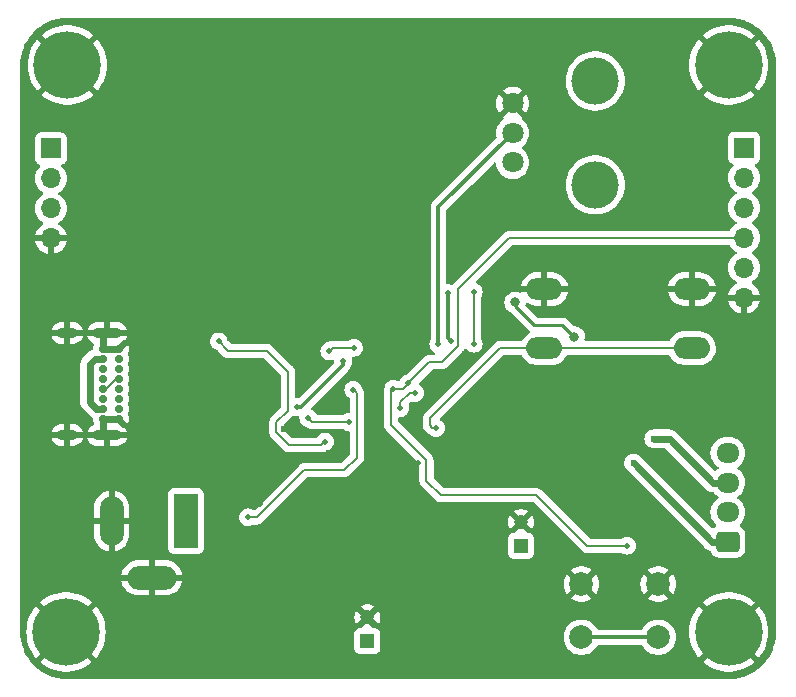
<source format=gbl>
G04 #@! TF.GenerationSoftware,KiCad,Pcbnew,7.0.8*
G04 #@! TF.CreationDate,2023-12-30T22:15:46-05:00*
G04 #@! TF.ProjectId,Pump_Control_Board,50756d70-5f43-46f6-9e74-726f6c5f426f,rev?*
G04 #@! TF.SameCoordinates,Original*
G04 #@! TF.FileFunction,Copper,L2,Bot*
G04 #@! TF.FilePolarity,Positive*
%FSLAX46Y46*%
G04 Gerber Fmt 4.6, Leading zero omitted, Abs format (unit mm)*
G04 Created by KiCad (PCBNEW 7.0.8) date 2023-12-30 22:15:46*
%MOMM*%
%LPD*%
G01*
G04 APERTURE LIST*
G04 Aperture macros list*
%AMRoundRect*
0 Rectangle with rounded corners*
0 $1 Rounding radius*
0 $2 $3 $4 $5 $6 $7 $8 $9 X,Y pos of 4 corners*
0 Add a 4 corners polygon primitive as box body*
4,1,4,$2,$3,$4,$5,$6,$7,$8,$9,$2,$3,0*
0 Add four circle primitives for the rounded corners*
1,1,$1+$1,$2,$3*
1,1,$1+$1,$4,$5*
1,1,$1+$1,$6,$7*
1,1,$1+$1,$8,$9*
0 Add four rect primitives between the rounded corners*
20,1,$1+$1,$2,$3,$4,$5,0*
20,1,$1+$1,$4,$5,$6,$7,0*
20,1,$1+$1,$6,$7,$8,$9,0*
20,1,$1+$1,$8,$9,$2,$3,0*%
G04 Aperture macros list end*
G04 #@! TA.AperFunction,ComponentPad*
%ADD10R,1.200000X1.200000*%
G04 #@! TD*
G04 #@! TA.AperFunction,ComponentPad*
%ADD11C,1.200000*%
G04 #@! TD*
G04 #@! TA.AperFunction,ComponentPad*
%ADD12C,2.000000*%
G04 #@! TD*
G04 #@! TA.AperFunction,ComponentPad*
%ADD13O,3.048000X1.850000*%
G04 #@! TD*
G04 #@! TA.AperFunction,ComponentPad*
%ADD14R,2.000000X4.600000*%
G04 #@! TD*
G04 #@! TA.AperFunction,ComponentPad*
%ADD15O,2.000000X4.200000*%
G04 #@! TD*
G04 #@! TA.AperFunction,ComponentPad*
%ADD16O,4.200000X2.000000*%
G04 #@! TD*
G04 #@! TA.AperFunction,ComponentPad*
%ADD17RoundRect,0.250000X0.725000X-0.600000X0.725000X0.600000X-0.725000X0.600000X-0.725000X-0.600000X0*%
G04 #@! TD*
G04 #@! TA.AperFunction,ComponentPad*
%ADD18O,1.950000X1.700000*%
G04 #@! TD*
G04 #@! TA.AperFunction,ComponentPad*
%ADD19R,1.700000X1.700000*%
G04 #@! TD*
G04 #@! TA.AperFunction,ComponentPad*
%ADD20O,1.700000X1.700000*%
G04 #@! TD*
G04 #@! TA.AperFunction,ComponentPad*
%ADD21C,3.600000*%
G04 #@! TD*
G04 #@! TA.AperFunction,ConnectorPad*
%ADD22C,5.700000*%
G04 #@! TD*
G04 #@! TA.AperFunction,ComponentPad*
%ADD23C,0.700000*%
G04 #@! TD*
G04 #@! TA.AperFunction,ComponentPad*
%ADD24O,2.400000X0.900000*%
G04 #@! TD*
G04 #@! TA.AperFunction,ComponentPad*
%ADD25O,1.700000X0.900000*%
G04 #@! TD*
G04 #@! TA.AperFunction,WasherPad*
%ADD26C,4.000000*%
G04 #@! TD*
G04 #@! TA.AperFunction,ComponentPad*
%ADD27C,1.800000*%
G04 #@! TD*
G04 #@! TA.AperFunction,ViaPad*
%ADD28C,0.500000*%
G04 #@! TD*
G04 #@! TA.AperFunction,ViaPad*
%ADD29C,0.800000*%
G04 #@! TD*
G04 #@! TA.AperFunction,ViaPad*
%ADD30C,0.600000*%
G04 #@! TD*
G04 #@! TA.AperFunction,Conductor*
%ADD31C,0.300000*%
G04 #@! TD*
G04 #@! TA.AperFunction,Conductor*
%ADD32C,0.600000*%
G04 #@! TD*
G04 #@! TA.AperFunction,Conductor*
%ADD33C,0.200000*%
G04 #@! TD*
G04 #@! TA.AperFunction,Conductor*
%ADD34C,0.250000*%
G04 #@! TD*
G04 APERTURE END LIST*
D10*
X110400000Y-80700000D03*
D11*
X110400000Y-78700000D03*
D12*
X115520000Y-83947000D03*
X122020000Y-83947000D03*
X115520000Y-88447000D03*
X122020000Y-88447000D03*
D13*
X112378000Y-58968000D03*
X124878000Y-58968000D03*
X112378000Y-63968000D03*
X124878000Y-63968000D03*
D14*
X82042000Y-78600000D03*
D15*
X75742000Y-78600000D03*
D16*
X79142000Y-83400000D03*
D17*
X127925000Y-80350000D03*
D18*
X127925000Y-77850000D03*
X127925000Y-75350000D03*
X127925000Y-72850000D03*
D19*
X70600000Y-47060000D03*
D20*
X70600000Y-49600000D03*
X70600000Y-52140000D03*
X70600000Y-54680000D03*
D19*
X129300000Y-47000000D03*
D20*
X129300000Y-49540000D03*
X129300000Y-52080000D03*
X129300000Y-54620000D03*
X129300000Y-57160000D03*
X129300000Y-59700000D03*
D10*
X97400000Y-88772600D03*
D11*
X97400000Y-86772600D03*
D21*
X128000000Y-40000000D03*
D22*
X128000000Y-40000000D03*
D21*
X72000000Y-40000000D03*
D22*
X72000000Y-40000000D03*
D21*
X71882000Y-88000000D03*
D22*
X71882000Y-88000000D03*
D23*
X76349000Y-64026200D03*
X76349000Y-64876200D03*
X76349000Y-65726200D03*
X76349000Y-66576200D03*
X76349000Y-67426200D03*
X76349000Y-68276200D03*
X76349000Y-69126200D03*
X76349000Y-69976200D03*
X74999000Y-69976200D03*
X74999000Y-69126200D03*
X74999000Y-68276200D03*
X74999000Y-67426200D03*
X74999000Y-66576200D03*
X74999000Y-65726200D03*
X74999000Y-64876200D03*
X74999000Y-64026200D03*
D24*
X75369000Y-62676200D03*
D25*
X71989000Y-62676200D03*
D24*
X75369000Y-71326200D03*
D25*
X71989000Y-71326200D03*
D21*
X128000000Y-88000000D03*
D22*
X128000000Y-88000000D03*
D26*
X116700000Y-41350000D03*
X116700000Y-50150000D03*
D27*
X109700000Y-48250000D03*
X109700000Y-45750000D03*
X109700000Y-43250000D03*
D28*
X104500000Y-63400000D03*
X104200000Y-59300000D03*
D29*
X102200000Y-58100000D03*
D30*
X120150000Y-77250000D03*
X94200000Y-86750000D03*
D28*
X109900000Y-75400000D03*
D30*
X100700000Y-87550000D03*
D28*
X101700000Y-73725000D03*
D29*
X117500000Y-72650000D03*
D30*
X85800000Y-85050000D03*
D29*
X117500000Y-73500000D03*
D28*
X93025000Y-64200000D03*
X102200000Y-62850000D03*
D30*
X85270000Y-67090000D03*
D28*
X98600000Y-65050000D03*
X88325000Y-77125000D03*
D30*
X94050000Y-82300000D03*
D28*
X106000000Y-68250000D03*
X120200000Y-68775000D03*
D30*
X90300000Y-70850000D03*
D28*
X105300000Y-72550000D03*
X104250000Y-66500000D03*
X81575000Y-61475000D03*
X92700000Y-75175000D03*
X81525000Y-64275000D03*
D30*
X96774000Y-61595000D03*
D29*
X116650000Y-73500000D03*
D28*
X114525000Y-77275000D03*
X112350000Y-68800000D03*
D30*
X103350000Y-84000000D03*
D29*
X116650000Y-72650000D03*
D28*
X106400000Y-63600000D03*
X106400000Y-59200000D03*
X95350000Y-65075000D03*
X91425000Y-68975000D03*
X93800000Y-71875000D03*
X84800000Y-63400000D03*
X103200000Y-70725000D03*
X95825000Y-70225000D03*
X100850000Y-66950000D03*
X119400000Y-80700000D03*
X99600000Y-67400000D03*
X92400000Y-69900000D03*
D29*
X114900000Y-63000000D03*
X109900000Y-60100000D03*
D28*
X103400000Y-63650000D03*
X96200000Y-67475000D03*
X87300000Y-78300000D03*
D30*
X119950000Y-73700000D03*
X121650000Y-71650000D03*
D28*
X100200000Y-69075000D03*
X101450000Y-67750000D03*
X96275000Y-63925000D03*
X94175000Y-64225000D03*
D31*
X104200000Y-63100000D02*
X104200000Y-59300000D01*
X104500000Y-63400000D02*
X104200000Y-63100000D01*
D32*
X74999000Y-69976200D02*
X74999000Y-70956200D01*
X74999000Y-70956200D02*
X75369000Y-71326200D01*
X74999000Y-63046200D02*
X75369000Y-62676200D01*
X74999000Y-64026200D02*
X74999000Y-63046200D01*
X76349000Y-69976200D02*
X74999000Y-69976200D01*
X74999000Y-64026200D02*
X76349000Y-64026200D01*
D33*
X106400000Y-63600000D02*
X106400000Y-59200000D01*
D31*
X91425000Y-68975000D02*
X91436400Y-68986400D01*
X95350000Y-65075000D02*
X95351600Y-65074800D01*
X95351600Y-65379600D02*
X95350000Y-65075000D01*
X91744800Y-68986400D02*
X91846400Y-68884800D01*
X91413600Y-68986400D02*
X91425000Y-68975000D01*
X91389200Y-68986400D02*
X91413600Y-68986400D01*
X91436400Y-68986400D02*
X91744800Y-68986400D01*
X91846400Y-68884800D02*
X95351600Y-65379600D01*
X95351600Y-65074800D02*
X95351600Y-65024000D01*
D32*
X73900000Y-65350000D02*
X73900000Y-68566000D01*
X74999000Y-64876200D02*
X74373800Y-64876200D01*
X74460200Y-69126200D02*
X74999000Y-69126200D01*
X73900000Y-68566000D02*
X74460200Y-69126200D01*
X74373800Y-64876200D02*
X73900000Y-65350000D01*
D33*
X89700000Y-70200000D02*
X90650000Y-69250000D01*
X93800000Y-71875000D02*
X93825000Y-71875000D01*
X93825000Y-71875000D02*
X93800000Y-71900000D01*
X93800000Y-71900000D02*
X93800000Y-71875000D01*
X88900000Y-64200000D02*
X85600000Y-64200000D01*
X90801471Y-72200000D02*
X93500000Y-72200000D01*
X93500000Y-72200000D02*
X93800000Y-71900000D01*
X90650000Y-65950000D02*
X88900000Y-64200000D01*
X85600000Y-64200000D02*
X84800000Y-63400000D01*
X90801471Y-72200000D02*
X89700000Y-71098529D01*
X89700000Y-71098529D02*
X89700000Y-70200000D01*
X90650000Y-69250000D02*
X90650000Y-65950000D01*
X102700000Y-69900000D02*
X108632000Y-63968000D01*
X103200000Y-70700000D02*
X103200000Y-70725000D01*
X102900000Y-70700000D02*
X102700000Y-70500000D01*
X103200000Y-70725000D02*
X102900000Y-70700000D01*
X112378000Y-63968000D02*
X124878000Y-63968000D01*
X102700000Y-70500000D02*
X102700000Y-69900000D01*
X108632000Y-63968000D02*
X112378000Y-63968000D01*
D31*
X115520000Y-88447000D02*
X122020000Y-88447000D01*
D33*
X95800000Y-70200000D02*
X95750000Y-70200000D01*
X102650000Y-65150000D02*
X103700000Y-65150000D01*
X116000000Y-80700000D02*
X119400000Y-80700000D01*
X92650000Y-70150000D02*
X92700000Y-70200000D01*
X105050000Y-59000000D02*
X109430000Y-54620000D01*
X102400000Y-75200000D02*
X103600000Y-76400000D01*
X111700000Y-76400000D02*
X116000000Y-80700000D01*
X103700000Y-65150000D02*
X105050000Y-63800000D01*
X103600000Y-76400000D02*
X111700000Y-76400000D01*
X92400000Y-69900000D02*
X92650000Y-70150000D01*
X109430000Y-54620000D02*
X129300000Y-54620000D01*
X102400000Y-73450000D02*
X102400000Y-75200000D01*
X105050000Y-63800000D02*
X105050000Y-59000000D01*
X100800000Y-67000000D02*
X100400000Y-67400000D01*
X99400000Y-67600000D02*
X99400000Y-70450000D01*
X100850000Y-66950000D02*
X102650000Y-65150000D01*
X92700000Y-70200000D02*
X95800000Y-70200000D01*
X99600000Y-67400000D02*
X99400000Y-67600000D01*
X100400000Y-67400000D02*
X99600000Y-67400000D01*
X99400000Y-70450000D02*
X102400000Y-73450000D01*
D34*
X111500000Y-62000000D02*
X109900000Y-60400000D01*
X109900000Y-60400000D02*
X109900000Y-60100000D01*
X113900000Y-62000000D02*
X114900000Y-63000000D01*
X111500000Y-62000000D02*
X113900000Y-62000000D01*
D31*
X103400000Y-63650000D02*
X103400000Y-52050000D01*
X103400000Y-52050000D02*
X109700000Y-45750000D01*
D33*
X76123800Y-66576200D02*
X76349000Y-66576200D01*
X75273800Y-67426200D02*
X76123800Y-66576200D01*
X74999000Y-67426200D02*
X75273800Y-67426200D01*
X96500000Y-73250000D02*
X95450000Y-74300000D01*
X96200000Y-67475000D02*
X96275000Y-67475000D01*
X96500000Y-73250000D02*
X96500000Y-67775000D01*
X96200000Y-67400000D02*
X96200000Y-67475000D01*
X88050000Y-78300000D02*
X87300000Y-78300000D01*
X96500000Y-67775000D02*
X96200000Y-67475000D01*
X95450000Y-74300000D02*
X92050000Y-74300000D01*
X96200000Y-67400000D02*
X96200000Y-67400000D01*
X92050000Y-74300000D02*
X88050000Y-78300000D01*
D32*
X126600000Y-80350000D02*
X119950000Y-73700000D01*
X127925000Y-80350000D02*
X126600000Y-80350000D01*
X127925000Y-75350000D02*
X126650000Y-75350000D01*
X123000000Y-71700000D02*
X122950000Y-71650000D01*
X126650000Y-75350000D02*
X123000000Y-71700000D01*
X122500000Y-71650000D02*
X121650000Y-71650000D01*
X122950000Y-71650000D02*
X122500000Y-71650000D01*
D33*
X100200000Y-69075000D02*
X100200000Y-69100000D01*
X100975000Y-67750000D02*
X100200000Y-68525000D01*
X101450000Y-67750000D02*
X100975000Y-67750000D01*
X100200000Y-68525000D02*
X100200000Y-69075000D01*
X101600000Y-67750000D02*
X101450000Y-67750000D01*
X96275000Y-63925000D02*
X94450000Y-63925000D01*
X94450000Y-63925000D02*
X94175000Y-64200000D01*
G04 #@! TA.AperFunction,Conductor*
G36*
X128001423Y-36000566D02*
G01*
X128040986Y-36002394D01*
X128172950Y-36008495D01*
X128372549Y-36018302D01*
X128378048Y-36018819D01*
X128563357Y-36044668D01*
X128749828Y-36072329D01*
X128754871Y-36073294D01*
X128939341Y-36116681D01*
X129120221Y-36161989D01*
X129124797Y-36163327D01*
X129305568Y-36223916D01*
X129480339Y-36286450D01*
X129484471Y-36288100D01*
X129542986Y-36313936D01*
X129659474Y-36365370D01*
X129826973Y-36444592D01*
X129830601Y-36446457D01*
X129998128Y-36539770D01*
X129998142Y-36539778D01*
X130156964Y-36634972D01*
X130160119Y-36636996D01*
X130318603Y-36745559D01*
X130467377Y-36855897D01*
X130470001Y-36857957D01*
X130618027Y-36980876D01*
X130755321Y-37105314D01*
X130757514Y-37107402D01*
X130892596Y-37242484D01*
X130894695Y-37244688D01*
X131019129Y-37381980D01*
X131142034Y-37529989D01*
X131144109Y-37532632D01*
X131254443Y-37681400D01*
X131363002Y-37839879D01*
X131365032Y-37843044D01*
X131460221Y-38001857D01*
X131553527Y-38169371D01*
X131555410Y-38173034D01*
X131634638Y-38340547D01*
X131711899Y-38515527D01*
X131713558Y-38519685D01*
X131776093Y-38694459D01*
X131836662Y-38875173D01*
X131838018Y-38879812D01*
X131883317Y-39060654D01*
X131926696Y-39245090D01*
X131927672Y-39250189D01*
X131955337Y-39436689D01*
X131981177Y-39621933D01*
X131981697Y-39627459D01*
X131991512Y-39827238D01*
X131999434Y-39998575D01*
X131999500Y-40001439D01*
X131999500Y-87998560D01*
X131999434Y-88001424D01*
X131991512Y-88172761D01*
X131981697Y-88372539D01*
X131981177Y-88378065D01*
X131955337Y-88563310D01*
X131927672Y-88749809D01*
X131926696Y-88754908D01*
X131883317Y-88939345D01*
X131838018Y-89120186D01*
X131836662Y-89124825D01*
X131776093Y-89305540D01*
X131713557Y-89480314D01*
X131711899Y-89484470D01*
X131634638Y-89659452D01*
X131555410Y-89826964D01*
X131553527Y-89830627D01*
X131460221Y-89998142D01*
X131365032Y-90156954D01*
X131363002Y-90160118D01*
X131254437Y-90318608D01*
X131144121Y-90467350D01*
X131142021Y-90470025D01*
X131019132Y-90618016D01*
X130894695Y-90755310D01*
X130892596Y-90757514D01*
X130757514Y-90892596D01*
X130755310Y-90894695D01*
X130618016Y-91019132D01*
X130470025Y-91142021D01*
X130467350Y-91144121D01*
X130318608Y-91254437D01*
X130160118Y-91363002D01*
X130156954Y-91365032D01*
X129998142Y-91460221D01*
X129830627Y-91553527D01*
X129826964Y-91555410D01*
X129659452Y-91634638D01*
X129484470Y-91711899D01*
X129480314Y-91713557D01*
X129305540Y-91776093D01*
X129124825Y-91836662D01*
X129120186Y-91838018D01*
X128939345Y-91883317D01*
X128754908Y-91926696D01*
X128749809Y-91927672D01*
X128563310Y-91955337D01*
X128378065Y-91981177D01*
X128372539Y-91981697D01*
X128172761Y-91991512D01*
X128001424Y-91999434D01*
X127998560Y-91999500D01*
X72001440Y-91999500D01*
X71998576Y-91999434D01*
X71827238Y-91991512D01*
X71627459Y-91981697D01*
X71621933Y-91981177D01*
X71436689Y-91955337D01*
X71250189Y-91927672D01*
X71245090Y-91926696D01*
X71060654Y-91883317D01*
X70879812Y-91838018D01*
X70875173Y-91836662D01*
X70694459Y-91776093D01*
X70519685Y-91713558D01*
X70515527Y-91711899D01*
X70340547Y-91634638D01*
X70173034Y-91555410D01*
X70169371Y-91553527D01*
X70001857Y-91460221D01*
X69843044Y-91365032D01*
X69839879Y-91363002D01*
X69730371Y-91287989D01*
X69681392Y-91254437D01*
X69532632Y-91144109D01*
X69529989Y-91142034D01*
X69381980Y-91019129D01*
X69244680Y-90894687D01*
X69242484Y-90892596D01*
X69107402Y-90757514D01*
X69105314Y-90755321D01*
X68980867Y-90618016D01*
X68857957Y-90470001D01*
X68855897Y-90467377D01*
X68745559Y-90318603D01*
X68636995Y-90160118D01*
X68634966Y-90156954D01*
X68539778Y-89998142D01*
X68511570Y-89947500D01*
X68446457Y-89830601D01*
X68444588Y-89826964D01*
X68444050Y-89825827D01*
X68365370Y-89659474D01*
X68288100Y-89484471D01*
X68286450Y-89480339D01*
X68223906Y-89305540D01*
X68163327Y-89124797D01*
X68161989Y-89120221D01*
X68116675Y-88939315D01*
X68073294Y-88754871D01*
X68072329Y-88749828D01*
X68044662Y-88563310D01*
X68018819Y-88378048D01*
X68018302Y-88372549D01*
X68008487Y-88172761D01*
X68000566Y-88001423D01*
X68000533Y-88000002D01*
X68527080Y-88000002D01*
X68546746Y-88362728D01*
X68605517Y-88721214D01*
X68605519Y-88721222D01*
X68702695Y-89071220D01*
X68702697Y-89071227D01*
X68837152Y-89408684D01*
X68837161Y-89408702D01*
X69007316Y-89729647D01*
X69007318Y-89729651D01*
X69211170Y-90030309D01*
X69211177Y-90030319D01*
X69342968Y-90185475D01*
X69342969Y-90185476D01*
X70584265Y-88944179D01*
X70747130Y-89134870D01*
X70937819Y-89297733D01*
X69693889Y-90541663D01*
X69693889Y-90541664D01*
X69710070Y-90556992D01*
X69999266Y-90776832D01*
X69999282Y-90776843D01*
X70310522Y-90964109D01*
X70310535Y-90964116D01*
X70640205Y-91116639D01*
X70640210Y-91116640D01*
X70984461Y-91232632D01*
X71339235Y-91310724D01*
X71700366Y-91349999D01*
X71700374Y-91350000D01*
X72063626Y-91350000D01*
X72063633Y-91349999D01*
X72424764Y-91310724D01*
X72779538Y-91232632D01*
X73123789Y-91116640D01*
X73123794Y-91116639D01*
X73453464Y-90964116D01*
X73453477Y-90964109D01*
X73764717Y-90776843D01*
X73764733Y-90776832D01*
X74053924Y-90556996D01*
X74070109Y-90541663D01*
X72826180Y-89297733D01*
X73016870Y-89134870D01*
X73179733Y-88944180D01*
X74421029Y-90185475D01*
X74421030Y-90185475D01*
X74552822Y-90030319D01*
X74552829Y-90030309D01*
X74756681Y-89729651D01*
X74756683Y-89729647D01*
X74920599Y-89420470D01*
X96299500Y-89420470D01*
X96299501Y-89420476D01*
X96305908Y-89480083D01*
X96356202Y-89614928D01*
X96356206Y-89614935D01*
X96442452Y-89730144D01*
X96442455Y-89730147D01*
X96557664Y-89816393D01*
X96557671Y-89816397D01*
X96692517Y-89866691D01*
X96692516Y-89866691D01*
X96699444Y-89867435D01*
X96752127Y-89873100D01*
X98047872Y-89873099D01*
X98107483Y-89866691D01*
X98242331Y-89816396D01*
X98357546Y-89730146D01*
X98443796Y-89614931D01*
X98494091Y-89480083D01*
X98500500Y-89420473D01*
X98500499Y-88447005D01*
X114014357Y-88447005D01*
X114034890Y-88694812D01*
X114034892Y-88694824D01*
X114095936Y-88935881D01*
X114195826Y-89163606D01*
X114331833Y-89371782D01*
X114331836Y-89371785D01*
X114500256Y-89554738D01*
X114696491Y-89707474D01*
X114915190Y-89825828D01*
X115150386Y-89906571D01*
X115395665Y-89947500D01*
X115644335Y-89947500D01*
X115889614Y-89906571D01*
X116124810Y-89825828D01*
X116343509Y-89707474D01*
X116539744Y-89554738D01*
X116708164Y-89371785D01*
X116844173Y-89163607D01*
X116844175Y-89163601D01*
X116844786Y-89162475D01*
X116845157Y-89162101D01*
X116846978Y-89159314D01*
X116847551Y-89159688D01*
X116894009Y-89112888D01*
X116953837Y-89097500D01*
X120586163Y-89097500D01*
X120653202Y-89117185D01*
X120692561Y-89159615D01*
X120693022Y-89159314D01*
X120694785Y-89162012D01*
X120695214Y-89162475D01*
X120695826Y-89163606D01*
X120831833Y-89371782D01*
X120831836Y-89371785D01*
X121000256Y-89554738D01*
X121196491Y-89707474D01*
X121415190Y-89825828D01*
X121650386Y-89906571D01*
X121895665Y-89947500D01*
X122144335Y-89947500D01*
X122389614Y-89906571D01*
X122624810Y-89825828D01*
X122843509Y-89707474D01*
X123039744Y-89554738D01*
X123208164Y-89371785D01*
X123344173Y-89163607D01*
X123444063Y-88935881D01*
X123505108Y-88694821D01*
X123505109Y-88694812D01*
X123525643Y-88447005D01*
X123525643Y-88446994D01*
X123505109Y-88199187D01*
X123505107Y-88199175D01*
X123454669Y-88000002D01*
X124645080Y-88000002D01*
X124664746Y-88362728D01*
X124723517Y-88721214D01*
X124723519Y-88721222D01*
X124820695Y-89071220D01*
X124820697Y-89071227D01*
X124955152Y-89408684D01*
X124955161Y-89408702D01*
X125125316Y-89729647D01*
X125125318Y-89729651D01*
X125329170Y-90030309D01*
X125329177Y-90030319D01*
X125460968Y-90185475D01*
X125460969Y-90185476D01*
X126702265Y-88944179D01*
X126865130Y-89134870D01*
X127055819Y-89297733D01*
X125811889Y-90541663D01*
X125811889Y-90541664D01*
X125828070Y-90556992D01*
X126117266Y-90776832D01*
X126117282Y-90776843D01*
X126428522Y-90964109D01*
X126428535Y-90964116D01*
X126758205Y-91116639D01*
X126758210Y-91116640D01*
X127102461Y-91232632D01*
X127457235Y-91310724D01*
X127818366Y-91349999D01*
X127818374Y-91350000D01*
X128181626Y-91350000D01*
X128181633Y-91349999D01*
X128542764Y-91310724D01*
X128897538Y-91232632D01*
X129241789Y-91116640D01*
X129241794Y-91116639D01*
X129571464Y-90964116D01*
X129571477Y-90964109D01*
X129882717Y-90776843D01*
X129882733Y-90776832D01*
X130171924Y-90556996D01*
X130188109Y-90541663D01*
X128944180Y-89297733D01*
X129134870Y-89134870D01*
X129297733Y-88944180D01*
X130539029Y-90185475D01*
X130539030Y-90185475D01*
X130670822Y-90030319D01*
X130670829Y-90030309D01*
X130874681Y-89729651D01*
X130874683Y-89729647D01*
X131044838Y-89408702D01*
X131044847Y-89408684D01*
X131179302Y-89071227D01*
X131179304Y-89071220D01*
X131276480Y-88721222D01*
X131276482Y-88721214D01*
X131335253Y-88362728D01*
X131354920Y-88000002D01*
X131354920Y-87999997D01*
X131335253Y-87637271D01*
X131276482Y-87278785D01*
X131276480Y-87278777D01*
X131179304Y-86928779D01*
X131179302Y-86928772D01*
X131044847Y-86591315D01*
X131044838Y-86591297D01*
X130874683Y-86270352D01*
X130874681Y-86270348D01*
X130670829Y-85969690D01*
X130670822Y-85969680D01*
X130539030Y-85814523D01*
X130539029Y-85814522D01*
X129297732Y-87055818D01*
X129134870Y-86865130D01*
X128944179Y-86702265D01*
X130188109Y-85458335D01*
X130188109Y-85458334D01*
X130171929Y-85443007D01*
X129882733Y-85223167D01*
X129882717Y-85223156D01*
X129571477Y-85035890D01*
X129571464Y-85035883D01*
X129241794Y-84883360D01*
X129241789Y-84883359D01*
X128897538Y-84767367D01*
X128542764Y-84689275D01*
X128181633Y-84650000D01*
X127818366Y-84650000D01*
X127457235Y-84689275D01*
X127102461Y-84767367D01*
X126758210Y-84883359D01*
X126758205Y-84883360D01*
X126428535Y-85035883D01*
X126428522Y-85035890D01*
X126117282Y-85223156D01*
X126117266Y-85223167D01*
X125828071Y-85443006D01*
X125828070Y-85443007D01*
X125811889Y-85458334D01*
X125811889Y-85458336D01*
X127055819Y-86702266D01*
X126865130Y-86865130D01*
X126702266Y-87055819D01*
X125460969Y-85814522D01*
X125329170Y-85969690D01*
X125329169Y-85969691D01*
X125125313Y-86270357D01*
X124955161Y-86591297D01*
X124955152Y-86591315D01*
X124820697Y-86928772D01*
X124820695Y-86928779D01*
X124723519Y-87278777D01*
X124723517Y-87278785D01*
X124664746Y-87637271D01*
X124645080Y-87999997D01*
X124645080Y-88000002D01*
X123454669Y-88000002D01*
X123444063Y-87958118D01*
X123344173Y-87730393D01*
X123208166Y-87522217D01*
X123186557Y-87498744D01*
X123039744Y-87339262D01*
X122843509Y-87186526D01*
X122843507Y-87186525D01*
X122843506Y-87186524D01*
X122624811Y-87068172D01*
X122624802Y-87068169D01*
X122389616Y-86987429D01*
X122144335Y-86946500D01*
X121895665Y-86946500D01*
X121650383Y-86987429D01*
X121415197Y-87068169D01*
X121415188Y-87068172D01*
X121196493Y-87186524D01*
X121000257Y-87339261D01*
X120831833Y-87522217D01*
X120695826Y-87730393D01*
X120695214Y-87731525D01*
X120694842Y-87731898D01*
X120693022Y-87734686D01*
X120692448Y-87734311D01*
X120645991Y-87781112D01*
X120586163Y-87796500D01*
X116953837Y-87796500D01*
X116886798Y-87776815D01*
X116847438Y-87734384D01*
X116846978Y-87734686D01*
X116845214Y-87731987D01*
X116844786Y-87731525D01*
X116844173Y-87730393D01*
X116708166Y-87522217D01*
X116686557Y-87498744D01*
X116539744Y-87339262D01*
X116343509Y-87186526D01*
X116343507Y-87186525D01*
X116343506Y-87186524D01*
X116124811Y-87068172D01*
X116124802Y-87068169D01*
X115889616Y-86987429D01*
X115644335Y-86946500D01*
X115395665Y-86946500D01*
X115150383Y-86987429D01*
X114915197Y-87068169D01*
X114915188Y-87068172D01*
X114696493Y-87186524D01*
X114500257Y-87339261D01*
X114331833Y-87522217D01*
X114195826Y-87730393D01*
X114095936Y-87958118D01*
X114034892Y-88199175D01*
X114034890Y-88199187D01*
X114014357Y-88446994D01*
X114014357Y-88447005D01*
X98500499Y-88447005D01*
X98500499Y-88124728D01*
X98494091Y-88065117D01*
X98469617Y-87999500D01*
X98443797Y-87930271D01*
X98443793Y-87930264D01*
X98357547Y-87815055D01*
X98357544Y-87815052D01*
X98242335Y-87728806D01*
X98242328Y-87728802D01*
X98107482Y-87678508D01*
X98107483Y-87678508D01*
X98047883Y-87672101D01*
X98047881Y-87672100D01*
X98047873Y-87672100D01*
X98047865Y-87672100D01*
X97997309Y-87672100D01*
X97930270Y-87652415D01*
X97909628Y-87635781D01*
X97400001Y-87126153D01*
X97400000Y-87126153D01*
X96890370Y-87635781D01*
X96829047Y-87669266D01*
X96802691Y-87672100D01*
X96752130Y-87672100D01*
X96752123Y-87672101D01*
X96692516Y-87678508D01*
X96557671Y-87728802D01*
X96557664Y-87728806D01*
X96442455Y-87815052D01*
X96442452Y-87815055D01*
X96356206Y-87930264D01*
X96356202Y-87930271D01*
X96305908Y-88065117D01*
X96299501Y-88124716D01*
X96299501Y-88124723D01*
X96299500Y-88124735D01*
X96299500Y-89420470D01*
X74920599Y-89420470D01*
X74926838Y-89408702D01*
X74926847Y-89408684D01*
X75061302Y-89071227D01*
X75061304Y-89071220D01*
X75158480Y-88721222D01*
X75158482Y-88721214D01*
X75217253Y-88362728D01*
X75236920Y-88000002D01*
X75236920Y-87999997D01*
X75217253Y-87637271D01*
X75158482Y-87278785D01*
X75158480Y-87278777D01*
X75061304Y-86928779D01*
X75061302Y-86928772D01*
X74999077Y-86772600D01*
X96295287Y-86772600D01*
X96314096Y-86975589D01*
X96314097Y-86975592D01*
X96369883Y-87171663D01*
X96369886Y-87171669D01*
X96460754Y-87354156D01*
X96460755Y-87354157D01*
X96462533Y-87356512D01*
X97046447Y-86772600D01*
X97046447Y-86772599D01*
X97018288Y-86744440D01*
X97096105Y-86744440D01*
X97106454Y-86856121D01*
X97156448Y-86956522D01*
X97239334Y-87032084D01*
X97343920Y-87072600D01*
X97427802Y-87072600D01*
X97510250Y-87057188D01*
X97605610Y-86998143D01*
X97673201Y-86908638D01*
X97703895Y-86800760D01*
X97701286Y-86772600D01*
X97753553Y-86772600D01*
X98337465Y-87356512D01*
X98339247Y-87354152D01*
X98339249Y-87354150D01*
X98430113Y-87171669D01*
X98430116Y-87171663D01*
X98485902Y-86975592D01*
X98485903Y-86975589D01*
X98504713Y-86772600D01*
X98504713Y-86772599D01*
X98485903Y-86569610D01*
X98485902Y-86569607D01*
X98430116Y-86373536D01*
X98430113Y-86373530D01*
X98339244Y-86191041D01*
X98337466Y-86188686D01*
X98337465Y-86188685D01*
X97753553Y-86772599D01*
X97753553Y-86772600D01*
X97701286Y-86772600D01*
X97693546Y-86689079D01*
X97643552Y-86588678D01*
X97560666Y-86513116D01*
X97456080Y-86472600D01*
X97372198Y-86472600D01*
X97289750Y-86488012D01*
X97194390Y-86547057D01*
X97126799Y-86636562D01*
X97096105Y-86744440D01*
X97018288Y-86744440D01*
X96462533Y-86188685D01*
X96460754Y-86191043D01*
X96369886Y-86373530D01*
X96369883Y-86373536D01*
X96314097Y-86569607D01*
X96314096Y-86569610D01*
X96295287Y-86772599D01*
X96295287Y-86772600D01*
X74999077Y-86772600D01*
X74926847Y-86591315D01*
X74926838Y-86591297D01*
X74756683Y-86270352D01*
X74756681Y-86270348D01*
X74552829Y-85969690D01*
X74552822Y-85969680D01*
X74441276Y-85838358D01*
X96819310Y-85838358D01*
X97400000Y-86419047D01*
X97400001Y-86419047D01*
X97980688Y-85838358D01*
X97980687Y-85838357D01*
X97892418Y-85783704D01*
X97892411Y-85783700D01*
X97702321Y-85710060D01*
X97501928Y-85672600D01*
X97298072Y-85672600D01*
X97097678Y-85710060D01*
X96907588Y-85783700D01*
X96907584Y-85783702D01*
X96819310Y-85838358D01*
X74441276Y-85838358D01*
X74421030Y-85814523D01*
X74421029Y-85814522D01*
X73179732Y-87055818D01*
X73016870Y-86865130D01*
X72826179Y-86702265D01*
X74070109Y-85458335D01*
X74070109Y-85458334D01*
X74053929Y-85443007D01*
X73764733Y-85223167D01*
X73764717Y-85223156D01*
X73453477Y-85035890D01*
X73453464Y-85035883D01*
X73123794Y-84883360D01*
X73123789Y-84883359D01*
X72779538Y-84767367D01*
X72424764Y-84689275D01*
X72063633Y-84650000D01*
X71700366Y-84650000D01*
X71339235Y-84689275D01*
X70984461Y-84767367D01*
X70640210Y-84883359D01*
X70640205Y-84883360D01*
X70310535Y-85035883D01*
X70310522Y-85035890D01*
X69999282Y-85223156D01*
X69999266Y-85223167D01*
X69710071Y-85443006D01*
X69710070Y-85443007D01*
X69693889Y-85458334D01*
X69693889Y-85458336D01*
X70937819Y-86702266D01*
X70747130Y-86865130D01*
X70584266Y-87055819D01*
X69342969Y-85814522D01*
X69211170Y-85969690D01*
X69211169Y-85969691D01*
X69007313Y-86270357D01*
X68837161Y-86591297D01*
X68837152Y-86591315D01*
X68702697Y-86928772D01*
X68702695Y-86928779D01*
X68605519Y-87278777D01*
X68605517Y-87278785D01*
X68546746Y-87637271D01*
X68527080Y-87999997D01*
X68527080Y-88000002D01*
X68000533Y-88000002D01*
X68000500Y-87998560D01*
X68000500Y-83149999D01*
X76562976Y-83149999D01*
X76562978Y-83150000D01*
X77608314Y-83150000D01*
X77582507Y-83190156D01*
X77542000Y-83328111D01*
X77542000Y-83471889D01*
X77582507Y-83609844D01*
X77608314Y-83650000D01*
X76562977Y-83650000D01*
X76582916Y-83769492D01*
X76663630Y-84004603D01*
X76663635Y-84004614D01*
X76781942Y-84223228D01*
X76781948Y-84223237D01*
X76934626Y-84419397D01*
X76934635Y-84419407D01*
X77117522Y-84587767D01*
X77117521Y-84587767D01*
X77325632Y-84723732D01*
X77553282Y-84823587D01*
X77794261Y-84884612D01*
X77794269Y-84884614D01*
X77979959Y-84900000D01*
X78892000Y-84900000D01*
X78892000Y-83900000D01*
X79392000Y-83900000D01*
X79392000Y-84900000D01*
X80304041Y-84900000D01*
X80489730Y-84884614D01*
X80489738Y-84884612D01*
X80730717Y-84823587D01*
X80958367Y-84723732D01*
X81166478Y-84587767D01*
X81349364Y-84419407D01*
X81349373Y-84419397D01*
X81502051Y-84223237D01*
X81502057Y-84223228D01*
X81620364Y-84004614D01*
X81620369Y-84004603D01*
X81640142Y-83947005D01*
X114014859Y-83947005D01*
X114035385Y-84194729D01*
X114035387Y-84194738D01*
X114096412Y-84435717D01*
X114196266Y-84663364D01*
X114296564Y-84816882D01*
X114994070Y-84119376D01*
X114996884Y-84132915D01*
X115066442Y-84267156D01*
X115169638Y-84377652D01*
X115298819Y-84456209D01*
X115350002Y-84470549D01*
X114649942Y-85170609D01*
X114696768Y-85207055D01*
X114696770Y-85207056D01*
X114915385Y-85325364D01*
X114915396Y-85325369D01*
X115150506Y-85406083D01*
X115395707Y-85447000D01*
X115644293Y-85447000D01*
X115889493Y-85406083D01*
X116124603Y-85325369D01*
X116124614Y-85325364D01*
X116343228Y-85207057D01*
X116343231Y-85207055D01*
X116390056Y-85170609D01*
X115691568Y-84472121D01*
X115808458Y-84421349D01*
X115925739Y-84325934D01*
X116012928Y-84202415D01*
X116043354Y-84116802D01*
X116743434Y-84816882D01*
X116843731Y-84663369D01*
X116943587Y-84435717D01*
X117004612Y-84194738D01*
X117004614Y-84194729D01*
X117025141Y-83947005D01*
X120514859Y-83947005D01*
X120535385Y-84194729D01*
X120535387Y-84194738D01*
X120596412Y-84435717D01*
X120696266Y-84663364D01*
X120796564Y-84816882D01*
X121494070Y-84119376D01*
X121496884Y-84132915D01*
X121566442Y-84267156D01*
X121669638Y-84377652D01*
X121798819Y-84456209D01*
X121850002Y-84470549D01*
X121149942Y-85170609D01*
X121196768Y-85207055D01*
X121196770Y-85207056D01*
X121415385Y-85325364D01*
X121415396Y-85325369D01*
X121650506Y-85406083D01*
X121895707Y-85447000D01*
X122144293Y-85447000D01*
X122389493Y-85406083D01*
X122624603Y-85325369D01*
X122624614Y-85325364D01*
X122843228Y-85207057D01*
X122843231Y-85207055D01*
X122890056Y-85170609D01*
X122191568Y-84472121D01*
X122308458Y-84421349D01*
X122425739Y-84325934D01*
X122512928Y-84202415D01*
X122543354Y-84116802D01*
X123243434Y-84816882D01*
X123343731Y-84663369D01*
X123443587Y-84435717D01*
X123504612Y-84194738D01*
X123504614Y-84194729D01*
X123525141Y-83947005D01*
X123525141Y-83946994D01*
X123504614Y-83699270D01*
X123504612Y-83699261D01*
X123443587Y-83458282D01*
X123343731Y-83230630D01*
X123243434Y-83077116D01*
X122545929Y-83774622D01*
X122543116Y-83761085D01*
X122473558Y-83626844D01*
X122370362Y-83516348D01*
X122241181Y-83437791D01*
X122189997Y-83423450D01*
X122890057Y-82723390D01*
X122890056Y-82723389D01*
X122843229Y-82686943D01*
X122624614Y-82568635D01*
X122624603Y-82568630D01*
X122389493Y-82487916D01*
X122144293Y-82447000D01*
X121895707Y-82447000D01*
X121650506Y-82487916D01*
X121415396Y-82568630D01*
X121415390Y-82568632D01*
X121196761Y-82686949D01*
X121149942Y-82723388D01*
X121149942Y-82723390D01*
X121848431Y-83421878D01*
X121731542Y-83472651D01*
X121614261Y-83568066D01*
X121527072Y-83691585D01*
X121496645Y-83777197D01*
X120796564Y-83077116D01*
X120696267Y-83230632D01*
X120596412Y-83458282D01*
X120535387Y-83699261D01*
X120535385Y-83699270D01*
X120514859Y-83946994D01*
X120514859Y-83947005D01*
X117025141Y-83947005D01*
X117025141Y-83946994D01*
X117004614Y-83699270D01*
X117004612Y-83699261D01*
X116943587Y-83458282D01*
X116843731Y-83230630D01*
X116743434Y-83077116D01*
X116045929Y-83774622D01*
X116043116Y-83761085D01*
X115973558Y-83626844D01*
X115870362Y-83516348D01*
X115741181Y-83437791D01*
X115689997Y-83423450D01*
X116390057Y-82723390D01*
X116390056Y-82723389D01*
X116343229Y-82686943D01*
X116124614Y-82568635D01*
X116124603Y-82568630D01*
X115889493Y-82487916D01*
X115644293Y-82447000D01*
X115395707Y-82447000D01*
X115150506Y-82487916D01*
X114915396Y-82568630D01*
X114915390Y-82568632D01*
X114696761Y-82686949D01*
X114649942Y-82723388D01*
X114649942Y-82723390D01*
X115348431Y-83421878D01*
X115231542Y-83472651D01*
X115114261Y-83568066D01*
X115027072Y-83691585D01*
X114996645Y-83777197D01*
X114296564Y-83077116D01*
X114196267Y-83230632D01*
X114096412Y-83458282D01*
X114035387Y-83699261D01*
X114035385Y-83699270D01*
X114014859Y-83946994D01*
X114014859Y-83947005D01*
X81640142Y-83947005D01*
X81701083Y-83769492D01*
X81721023Y-83650000D01*
X80675686Y-83650000D01*
X80701493Y-83609844D01*
X80742000Y-83471889D01*
X80742000Y-83328111D01*
X80701493Y-83190156D01*
X80675686Y-83150000D01*
X81721022Y-83150000D01*
X81721023Y-83149999D01*
X81701083Y-83030507D01*
X81620369Y-82795396D01*
X81620364Y-82795385D01*
X81502057Y-82576771D01*
X81502051Y-82576762D01*
X81349373Y-82380602D01*
X81349364Y-82380592D01*
X81166477Y-82212232D01*
X81166478Y-82212232D01*
X80958367Y-82076267D01*
X80730717Y-81976412D01*
X80489738Y-81915387D01*
X80489730Y-81915385D01*
X80304041Y-81900000D01*
X79392000Y-81900000D01*
X79392000Y-82900000D01*
X78892000Y-82900000D01*
X78892000Y-81900000D01*
X77979959Y-81900000D01*
X77794269Y-81915385D01*
X77794261Y-81915387D01*
X77553282Y-81976412D01*
X77325632Y-82076267D01*
X77117521Y-82212232D01*
X76934635Y-82380592D01*
X76934626Y-82380602D01*
X76781948Y-82576762D01*
X76781942Y-82576771D01*
X76663635Y-82795385D01*
X76663630Y-82795396D01*
X76582916Y-83030507D01*
X76562976Y-83149999D01*
X68000500Y-83149999D01*
X68000500Y-79762041D01*
X74242000Y-79762041D01*
X74257385Y-79947730D01*
X74257387Y-79947738D01*
X74318412Y-80188717D01*
X74418267Y-80416367D01*
X74554232Y-80624478D01*
X74722592Y-80807364D01*
X74722602Y-80807373D01*
X74918762Y-80960051D01*
X74918771Y-80960057D01*
X75137385Y-81078364D01*
X75137396Y-81078369D01*
X75372507Y-81159083D01*
X75491999Y-81179023D01*
X75492000Y-81179022D01*
X75492000Y-80133686D01*
X75532156Y-80159493D01*
X75670111Y-80200000D01*
X75813889Y-80200000D01*
X75951844Y-80159493D01*
X75992000Y-80133686D01*
X75992000Y-81179023D01*
X76111492Y-81159083D01*
X76346603Y-81078369D01*
X76346614Y-81078364D01*
X76565228Y-80960057D01*
X76565237Y-80960051D01*
X76580887Y-80947870D01*
X80541500Y-80947870D01*
X80541501Y-80947876D01*
X80547908Y-81007483D01*
X80598202Y-81142328D01*
X80598206Y-81142335D01*
X80684452Y-81257544D01*
X80684455Y-81257547D01*
X80799664Y-81343793D01*
X80799671Y-81343797D01*
X80934517Y-81394091D01*
X80934516Y-81394091D01*
X80941444Y-81394835D01*
X80994127Y-81400500D01*
X83089872Y-81400499D01*
X83149483Y-81394091D01*
X83273408Y-81347870D01*
X109299500Y-81347870D01*
X109299501Y-81347876D01*
X109305908Y-81407483D01*
X109356202Y-81542328D01*
X109356206Y-81542335D01*
X109442452Y-81657544D01*
X109442455Y-81657547D01*
X109557664Y-81743793D01*
X109557671Y-81743797D01*
X109692517Y-81794091D01*
X109692516Y-81794091D01*
X109699444Y-81794835D01*
X109752127Y-81800500D01*
X111047872Y-81800499D01*
X111107483Y-81794091D01*
X111242331Y-81743796D01*
X111357546Y-81657546D01*
X111443796Y-81542331D01*
X111494091Y-81407483D01*
X111500500Y-81347873D01*
X111500499Y-80052128D01*
X111494091Y-79992517D01*
X111483337Y-79963685D01*
X111443797Y-79857671D01*
X111443793Y-79857664D01*
X111357547Y-79742455D01*
X111357544Y-79742452D01*
X111242335Y-79656206D01*
X111242328Y-79656202D01*
X111107482Y-79605908D01*
X111107483Y-79605908D01*
X111047883Y-79599501D01*
X111047881Y-79599500D01*
X111047873Y-79599500D01*
X111047865Y-79599500D01*
X110997309Y-79599500D01*
X110930270Y-79579815D01*
X110909628Y-79563181D01*
X110400001Y-79053553D01*
X110400000Y-79053553D01*
X109890370Y-79563181D01*
X109829047Y-79596666D01*
X109802691Y-79599500D01*
X109752130Y-79599500D01*
X109752123Y-79599501D01*
X109692516Y-79605908D01*
X109557671Y-79656202D01*
X109557664Y-79656206D01*
X109442455Y-79742452D01*
X109442452Y-79742455D01*
X109356206Y-79857664D01*
X109356202Y-79857671D01*
X109305908Y-79992517D01*
X109299501Y-80052116D01*
X109299501Y-80052123D01*
X109299500Y-80052135D01*
X109299500Y-81347870D01*
X83273408Y-81347870D01*
X83284331Y-81343796D01*
X83399546Y-81257546D01*
X83485796Y-81142331D01*
X83536091Y-81007483D01*
X83542500Y-80947873D01*
X83542499Y-76252128D01*
X83536091Y-76192517D01*
X83520419Y-76150499D01*
X83485797Y-76057671D01*
X83485793Y-76057664D01*
X83399547Y-75942455D01*
X83399544Y-75942452D01*
X83284335Y-75856206D01*
X83284328Y-75856202D01*
X83149482Y-75805908D01*
X83149483Y-75805908D01*
X83089883Y-75799501D01*
X83089881Y-75799500D01*
X83089873Y-75799500D01*
X83089864Y-75799500D01*
X80994129Y-75799500D01*
X80994123Y-75799501D01*
X80934516Y-75805908D01*
X80799671Y-75856202D01*
X80799664Y-75856206D01*
X80684455Y-75942452D01*
X80684452Y-75942455D01*
X80598206Y-76057664D01*
X80598202Y-76057671D01*
X80547908Y-76192517D01*
X80542810Y-76239942D01*
X80541501Y-76252123D01*
X80541500Y-76252135D01*
X80541500Y-80947870D01*
X76580887Y-80947870D01*
X76761397Y-80807373D01*
X76761407Y-80807364D01*
X76929767Y-80624478D01*
X77065732Y-80416367D01*
X77165587Y-80188717D01*
X77226612Y-79947738D01*
X77226614Y-79947730D01*
X77242000Y-79762041D01*
X77242000Y-78850000D01*
X76242000Y-78850000D01*
X76242000Y-78350000D01*
X77242000Y-78350000D01*
X77242000Y-77437959D01*
X77226614Y-77252269D01*
X77226612Y-77252261D01*
X77165587Y-77011282D01*
X77065732Y-76783632D01*
X76929767Y-76575521D01*
X76761407Y-76392635D01*
X76761397Y-76392626D01*
X76565237Y-76239948D01*
X76565228Y-76239942D01*
X76346614Y-76121635D01*
X76346603Y-76121630D01*
X76111492Y-76040916D01*
X75992000Y-76020976D01*
X75992000Y-77066313D01*
X75951844Y-77040507D01*
X75813889Y-77000000D01*
X75670111Y-77000000D01*
X75532156Y-77040507D01*
X75492000Y-77066313D01*
X75492000Y-76020976D01*
X75491999Y-76020976D01*
X75372507Y-76040916D01*
X75137396Y-76121630D01*
X75137385Y-76121635D01*
X74918771Y-76239942D01*
X74918762Y-76239948D01*
X74722602Y-76392626D01*
X74722592Y-76392635D01*
X74554232Y-76575521D01*
X74418267Y-76783632D01*
X74318412Y-77011282D01*
X74257387Y-77252261D01*
X74257385Y-77252269D01*
X74242000Y-77437959D01*
X74242000Y-78350000D01*
X75242000Y-78350000D01*
X75242000Y-78850000D01*
X74242000Y-78850000D01*
X74242000Y-79762041D01*
X68000500Y-79762041D01*
X68000500Y-71576200D01*
X70668529Y-71576200D01*
X70731685Y-71746727D01*
X70731687Y-71746731D01*
X70833892Y-71910703D01*
X70967002Y-72050734D01*
X70967003Y-72050735D01*
X71125586Y-72161113D01*
X71303137Y-72237306D01*
X71492394Y-72276200D01*
X71739000Y-72276200D01*
X71739000Y-71626200D01*
X72239000Y-71626200D01*
X72239000Y-72276200D01*
X72437176Y-72276200D01*
X72581221Y-72261552D01*
X72765561Y-72203715D01*
X72765571Y-72203710D01*
X72934498Y-72109948D01*
X72934505Y-72109943D01*
X73081105Y-71984092D01*
X73199368Y-71831309D01*
X73199370Y-71831305D01*
X73284457Y-71657843D01*
X73305596Y-71576200D01*
X72555111Y-71576200D01*
X72594610Y-71551743D01*
X72662201Y-71462238D01*
X72692895Y-71354360D01*
X72682546Y-71242679D01*
X72632552Y-71142278D01*
X72560069Y-71076200D01*
X73309471Y-71076200D01*
X73246314Y-70905672D01*
X73246312Y-70905668D01*
X73144107Y-70741696D01*
X73010997Y-70601665D01*
X73010996Y-70601664D01*
X72852413Y-70491286D01*
X72674862Y-70415093D01*
X72485606Y-70376200D01*
X72239000Y-70376200D01*
X72239000Y-71026200D01*
X71739000Y-71026200D01*
X71739000Y-70376200D01*
X71540824Y-70376200D01*
X71396778Y-70390847D01*
X71212438Y-70448684D01*
X71212428Y-70448689D01*
X71043501Y-70542451D01*
X71043494Y-70542456D01*
X70896894Y-70668307D01*
X70778631Y-70821090D01*
X70778629Y-70821094D01*
X70693542Y-70994556D01*
X70672404Y-71076200D01*
X71422889Y-71076200D01*
X71383390Y-71100657D01*
X71315799Y-71190162D01*
X71285105Y-71298040D01*
X71295454Y-71409721D01*
X71345448Y-71510122D01*
X71417931Y-71576200D01*
X70668529Y-71576200D01*
X68000500Y-71576200D01*
X68000500Y-68656191D01*
X73099500Y-68656191D01*
X73099501Y-68656200D01*
X73108791Y-68696908D01*
X73109955Y-68703763D01*
X73114632Y-68745259D01*
X73128420Y-68784662D01*
X73130345Y-68791345D01*
X73139639Y-68832061D01*
X73157759Y-68869688D01*
X73160421Y-68876114D01*
X73174212Y-68915525D01*
X73196422Y-68950872D01*
X73199787Y-68956959D01*
X73217910Y-68994589D01*
X73243940Y-69027229D01*
X73247966Y-69032904D01*
X73270182Y-69068259D01*
X73270184Y-69068262D01*
X73957940Y-69756018D01*
X73970990Y-69764217D01*
X73993304Y-69778238D01*
X73998957Y-69782249D01*
X74031613Y-69808291D01*
X74069238Y-69826410D01*
X74075320Y-69829772D01*
X74089061Y-69838406D01*
X74135348Y-69890744D01*
X74146403Y-69956354D01*
X74144318Y-69976196D01*
X74144318Y-69976197D01*
X74162995Y-70153900D01*
X74162996Y-70153902D01*
X74218206Y-70323824D01*
X74220850Y-70329760D01*
X74218416Y-70330843D01*
X74232094Y-70387282D01*
X74209226Y-70453303D01*
X74168414Y-70489769D01*
X74073508Y-70542446D01*
X74073494Y-70542456D01*
X73926894Y-70668307D01*
X73808631Y-70821090D01*
X73808629Y-70821094D01*
X73723542Y-70994556D01*
X73702404Y-71076200D01*
X74452889Y-71076200D01*
X74413390Y-71100657D01*
X74345799Y-71190162D01*
X74315105Y-71298040D01*
X74325454Y-71409721D01*
X74375448Y-71510122D01*
X74447931Y-71576200D01*
X73698529Y-71576200D01*
X73761685Y-71746727D01*
X73761687Y-71746731D01*
X73863892Y-71910703D01*
X73997002Y-72050734D01*
X73997003Y-72050735D01*
X74155586Y-72161113D01*
X74333137Y-72237306D01*
X74522394Y-72276200D01*
X75119000Y-72276200D01*
X75119000Y-71626200D01*
X75619000Y-71626200D01*
X75619000Y-72276200D01*
X76167176Y-72276200D01*
X76311221Y-72261552D01*
X76495561Y-72203715D01*
X76495571Y-72203710D01*
X76664498Y-72109948D01*
X76664505Y-72109943D01*
X76811105Y-71984092D01*
X76929368Y-71831309D01*
X76929370Y-71831305D01*
X77014457Y-71657843D01*
X77035596Y-71576200D01*
X76285111Y-71576200D01*
X76324610Y-71551743D01*
X76392201Y-71462238D01*
X76422895Y-71354360D01*
X76412546Y-71242679D01*
X76362552Y-71142278D01*
X76290069Y-71076200D01*
X77039471Y-71076200D01*
X76976314Y-70905672D01*
X76976312Y-70905668D01*
X76874111Y-70741702D01*
X76858533Y-70725314D01*
X76833592Y-70724999D01*
X76827905Y-70728105D01*
X76758213Y-70723121D01*
X76713866Y-70694620D01*
X76207628Y-70188381D01*
X76174143Y-70127058D01*
X76177443Y-70080910D01*
X76188613Y-70104105D01*
X76259992Y-70161027D01*
X76326468Y-70176200D01*
X76371532Y-70176200D01*
X76438008Y-70161027D01*
X76509387Y-70104105D01*
X76549000Y-70021849D01*
X76549000Y-69953189D01*
X76590806Y-69944303D01*
X76660471Y-69949619D01*
X76704266Y-69977912D01*
X77100651Y-70374297D01*
X77129791Y-70323828D01*
X77185003Y-70153902D01*
X77185004Y-70153900D01*
X77203681Y-69976200D01*
X77185004Y-69798499D01*
X77185003Y-69798497D01*
X77129793Y-69628575D01*
X77129791Y-69628571D01*
X77121206Y-69613702D01*
X77104732Y-69545802D01*
X77121204Y-69489701D01*
X77130250Y-69474035D01*
X77185497Y-69304003D01*
X77204185Y-69126200D01*
X77185497Y-68948397D01*
X77130250Y-68778365D01*
X77121494Y-68763199D01*
X77105021Y-68695303D01*
X77121493Y-68639200D01*
X77130250Y-68624035D01*
X77185497Y-68454003D01*
X77204185Y-68276200D01*
X77185497Y-68098397D01*
X77130250Y-67928365D01*
X77121494Y-67913199D01*
X77105021Y-67845303D01*
X77121493Y-67789200D01*
X77130250Y-67774035D01*
X77185497Y-67604003D01*
X77204185Y-67426200D01*
X77185497Y-67248397D01*
X77130250Y-67078365D01*
X77121494Y-67063199D01*
X77105021Y-66995303D01*
X77121493Y-66939200D01*
X77130250Y-66924035D01*
X77185497Y-66754003D01*
X77204185Y-66576200D01*
X77185497Y-66398397D01*
X77130250Y-66228365D01*
X77121494Y-66213199D01*
X77105021Y-66145303D01*
X77121493Y-66089200D01*
X77130250Y-66074035D01*
X77185497Y-65904003D01*
X77204185Y-65726200D01*
X77185497Y-65548397D01*
X77130250Y-65378365D01*
X77121494Y-65363199D01*
X77105021Y-65295303D01*
X77121493Y-65239200D01*
X77130250Y-65224035D01*
X77185497Y-65054003D01*
X77204185Y-64876200D01*
X77185497Y-64698397D01*
X77130250Y-64528365D01*
X77130249Y-64528363D01*
X77121206Y-64512699D01*
X77104733Y-64444798D01*
X77121207Y-64388697D01*
X77129791Y-64373828D01*
X77185003Y-64203902D01*
X77185004Y-64203900D01*
X77203681Y-64026200D01*
X77185004Y-63848499D01*
X77185003Y-63848497D01*
X77129790Y-63678568D01*
X77100651Y-63628100D01*
X76704265Y-64024487D01*
X76642942Y-64057972D01*
X76590803Y-64058096D01*
X76549000Y-64049210D01*
X76549000Y-63980551D01*
X76509387Y-63898295D01*
X76438008Y-63841373D01*
X76371532Y-63826200D01*
X76326468Y-63826200D01*
X76259992Y-63841373D01*
X76188613Y-63898295D01*
X76177836Y-63920672D01*
X76172571Y-63884053D01*
X76201596Y-63820497D01*
X76207628Y-63814019D01*
X76621644Y-63400002D01*
X84044751Y-63400002D01*
X84063685Y-63568056D01*
X84119545Y-63727694D01*
X84119547Y-63727697D01*
X84209518Y-63870884D01*
X84209523Y-63870890D01*
X84329109Y-63990476D01*
X84329115Y-63990481D01*
X84472302Y-64080452D01*
X84472308Y-64080455D01*
X84472310Y-64080456D01*
X84631941Y-64136313D01*
X84650961Y-64138455D01*
X84715373Y-64165520D01*
X84724760Y-64173995D01*
X85144669Y-64593904D01*
X85150020Y-64600005D01*
X85154203Y-64605456D01*
X85169555Y-64625464D01*
X85171718Y-64628282D01*
X85239443Y-64680249D01*
X85297159Y-64724536D01*
X85297161Y-64724536D01*
X85297163Y-64724538D01*
X85352140Y-64747310D01*
X85443238Y-64785044D01*
X85521619Y-64795363D01*
X85599999Y-64805682D01*
X85600000Y-64805682D01*
X85635329Y-64801030D01*
X85643428Y-64800500D01*
X88599903Y-64800500D01*
X88666942Y-64820185D01*
X88687584Y-64836819D01*
X90013181Y-66162416D01*
X90046666Y-66223739D01*
X90049500Y-66250097D01*
X90049500Y-68949902D01*
X90029815Y-69016941D01*
X90013181Y-69037583D01*
X89306096Y-69744668D01*
X89299994Y-69750019D01*
X89271716Y-69771718D01*
X89213638Y-69847410D01*
X89203487Y-69860639D01*
X89180387Y-69890744D01*
X89175462Y-69897162D01*
X89175461Y-69897163D01*
X89114957Y-70043234D01*
X89114955Y-70043239D01*
X89094318Y-70199998D01*
X89094318Y-70200000D01*
X89097964Y-70227697D01*
X89098969Y-70235326D01*
X89099500Y-70243428D01*
X89099500Y-71055100D01*
X89098969Y-71063202D01*
X89094318Y-71098528D01*
X89094318Y-71098529D01*
X89101417Y-71152449D01*
X89114955Y-71255289D01*
X89114956Y-71255291D01*
X89139887Y-71315481D01*
X89175464Y-71401370D01*
X89271718Y-71526811D01*
X89299995Y-71548509D01*
X89306085Y-71553849D01*
X89862179Y-72109943D01*
X90346140Y-72593904D01*
X90351491Y-72600005D01*
X90373189Y-72628282D01*
X90420984Y-72664956D01*
X90498630Y-72724536D01*
X90498633Y-72724537D01*
X90498634Y-72724538D01*
X90571669Y-72754790D01*
X90644709Y-72785044D01*
X90723090Y-72795363D01*
X90801470Y-72805682D01*
X90801471Y-72805682D01*
X90836800Y-72801030D01*
X90844899Y-72800500D01*
X93456572Y-72800500D01*
X93464670Y-72801030D01*
X93500000Y-72805682D01*
X93500001Y-72805682D01*
X93552254Y-72798802D01*
X93656762Y-72785044D01*
X93802836Y-72724538D01*
X93802837Y-72724538D01*
X93802837Y-72724537D01*
X93802841Y-72724536D01*
X93880487Y-72664956D01*
X93921430Y-72633539D01*
X93961816Y-72614556D01*
X93961486Y-72613613D01*
X93968059Y-72611313D01*
X94127690Y-72555456D01*
X94127693Y-72555453D01*
X94127697Y-72555452D01*
X94270884Y-72465481D01*
X94270885Y-72465480D01*
X94270890Y-72465477D01*
X94390477Y-72345890D01*
X94390481Y-72345884D01*
X94480452Y-72202697D01*
X94480454Y-72202694D01*
X94480454Y-72202692D01*
X94480456Y-72202690D01*
X94536313Y-72043059D01*
X94536313Y-72043058D01*
X94536314Y-72043056D01*
X94555249Y-71875002D01*
X94555249Y-71874997D01*
X94536314Y-71706943D01*
X94494611Y-71587763D01*
X94480456Y-71547310D01*
X94480455Y-71547309D01*
X94480454Y-71547305D01*
X94480452Y-71547302D01*
X94390481Y-71404115D01*
X94390476Y-71404109D01*
X94270890Y-71284523D01*
X94270884Y-71284518D01*
X94127697Y-71194547D01*
X94127694Y-71194545D01*
X93968056Y-71138685D01*
X93800003Y-71119751D01*
X93799997Y-71119751D01*
X93631943Y-71138685D01*
X93472305Y-71194545D01*
X93472302Y-71194547D01*
X93329115Y-71284518D01*
X93329109Y-71284523D01*
X93209521Y-71404111D01*
X93123211Y-71541473D01*
X93070877Y-71587763D01*
X93018218Y-71599500D01*
X91101568Y-71599500D01*
X91034529Y-71579815D01*
X91013887Y-71563181D01*
X90336819Y-70886113D01*
X90303334Y-70824790D01*
X90300500Y-70798432D01*
X90300500Y-70500096D01*
X90320185Y-70433057D01*
X90336815Y-70412419D01*
X91039601Y-69709632D01*
X91100922Y-69676149D01*
X91168235Y-69680274D01*
X91256939Y-69711313D01*
X91424997Y-69730249D01*
X91425000Y-69730249D01*
X91425001Y-69730249D01*
X91444257Y-69728079D01*
X91512435Y-69720397D01*
X91581256Y-69732451D01*
X91632636Y-69779800D01*
X91650261Y-69847410D01*
X91649539Y-69857500D01*
X91644751Y-69899996D01*
X91644751Y-69900002D01*
X91663685Y-70068056D01*
X91719545Y-70227694D01*
X91719547Y-70227697D01*
X91809518Y-70370884D01*
X91809523Y-70370890D01*
X91929109Y-70490476D01*
X91929115Y-70490481D01*
X92072302Y-70580452D01*
X92072308Y-70580455D01*
X92072310Y-70580456D01*
X92132922Y-70601665D01*
X92231943Y-70636314D01*
X92256575Y-70639089D01*
X92318179Y-70663933D01*
X92358172Y-70694620D01*
X92397159Y-70724536D01*
X92397161Y-70724536D01*
X92397163Y-70724538D01*
X92438601Y-70741702D01*
X92543238Y-70785044D01*
X92621619Y-70795363D01*
X92699999Y-70805682D01*
X92700000Y-70805682D01*
X92735329Y-70801030D01*
X92743428Y-70800500D01*
X95294550Y-70800500D01*
X95360522Y-70819506D01*
X95497310Y-70905456D01*
X95624539Y-70949975D01*
X95656944Y-70961314D01*
X95789383Y-70976236D01*
X95853797Y-71003302D01*
X95893352Y-71060897D01*
X95899500Y-71099456D01*
X95899500Y-72949903D01*
X95879815Y-73016942D01*
X95863181Y-73037584D01*
X95237584Y-73663181D01*
X95176261Y-73696666D01*
X95149903Y-73699500D01*
X92093428Y-73699500D01*
X92085329Y-73698969D01*
X92050000Y-73694318D01*
X92010639Y-73699500D01*
X91893239Y-73714955D01*
X91893237Y-73714956D01*
X91747160Y-73775463D01*
X91621714Y-73871721D01*
X91600024Y-73899990D01*
X91594671Y-73906094D01*
X87853312Y-77647452D01*
X87791989Y-77680937D01*
X87722297Y-77675953D01*
X87699659Y-77664765D01*
X87627692Y-77619545D01*
X87627691Y-77619544D01*
X87627690Y-77619544D01*
X87589370Y-77606135D01*
X87468056Y-77563685D01*
X87300003Y-77544751D01*
X87299997Y-77544751D01*
X87131943Y-77563685D01*
X86972305Y-77619545D01*
X86972302Y-77619547D01*
X86829115Y-77709518D01*
X86829109Y-77709523D01*
X86709523Y-77829109D01*
X86709518Y-77829115D01*
X86619547Y-77972302D01*
X86619545Y-77972305D01*
X86563685Y-78131943D01*
X86544751Y-78299997D01*
X86544751Y-78300002D01*
X86563685Y-78468056D01*
X86619545Y-78627694D01*
X86619547Y-78627697D01*
X86709518Y-78770884D01*
X86709523Y-78770890D01*
X86829109Y-78890476D01*
X86829115Y-78890481D01*
X86972302Y-78980452D01*
X86972305Y-78980454D01*
X86972309Y-78980455D01*
X86972310Y-78980456D01*
X87028164Y-79000000D01*
X87131943Y-79036314D01*
X87299997Y-79055249D01*
X87300000Y-79055249D01*
X87300003Y-79055249D01*
X87468056Y-79036314D01*
X87468059Y-79036313D01*
X87627690Y-78980456D01*
X87724691Y-78919505D01*
X87790663Y-78900500D01*
X88006572Y-78900500D01*
X88014670Y-78901030D01*
X88050000Y-78905682D01*
X88050001Y-78905682D01*
X88102254Y-78898802D01*
X88206762Y-78885044D01*
X88352841Y-78824536D01*
X88478282Y-78728282D01*
X88499982Y-78700000D01*
X109295287Y-78700000D01*
X109314096Y-78902989D01*
X109314097Y-78902992D01*
X109369883Y-79099063D01*
X109369886Y-79099069D01*
X109460754Y-79281556D01*
X109460755Y-79281557D01*
X109462533Y-79283912D01*
X110046447Y-78700000D01*
X110046447Y-78699999D01*
X110018288Y-78671840D01*
X110096105Y-78671840D01*
X110106454Y-78783521D01*
X110156448Y-78883922D01*
X110239334Y-78959484D01*
X110343920Y-79000000D01*
X110427802Y-79000000D01*
X110510250Y-78984588D01*
X110605610Y-78925543D01*
X110673201Y-78836038D01*
X110703895Y-78728160D01*
X110701286Y-78700000D01*
X110753553Y-78700000D01*
X111337465Y-79283912D01*
X111339247Y-79281552D01*
X111339249Y-79281550D01*
X111430113Y-79099069D01*
X111430116Y-79099063D01*
X111485902Y-78902992D01*
X111485903Y-78902989D01*
X111504713Y-78700000D01*
X111504713Y-78699999D01*
X111485903Y-78497010D01*
X111485902Y-78497007D01*
X111430116Y-78300936D01*
X111430113Y-78300930D01*
X111339244Y-78118441D01*
X111337466Y-78116086D01*
X111337465Y-78116085D01*
X110753553Y-78699999D01*
X110753553Y-78700000D01*
X110701286Y-78700000D01*
X110693546Y-78616479D01*
X110643552Y-78516078D01*
X110560666Y-78440516D01*
X110456080Y-78400000D01*
X110372198Y-78400000D01*
X110289750Y-78415412D01*
X110194390Y-78474457D01*
X110126799Y-78563962D01*
X110096105Y-78671840D01*
X110018288Y-78671840D01*
X109462533Y-78116085D01*
X109460754Y-78118443D01*
X109369886Y-78300930D01*
X109369883Y-78300936D01*
X109314097Y-78497007D01*
X109314096Y-78497010D01*
X109295287Y-78699999D01*
X109295287Y-78700000D01*
X88499982Y-78700000D01*
X88499984Y-78699998D01*
X88505310Y-78693923D01*
X89433475Y-77765758D01*
X109819310Y-77765758D01*
X110400000Y-78346447D01*
X110400001Y-78346447D01*
X110980688Y-77765758D01*
X110980687Y-77765757D01*
X110892418Y-77711104D01*
X110892411Y-77711100D01*
X110702321Y-77637460D01*
X110501928Y-77600000D01*
X110298072Y-77600000D01*
X110097678Y-77637460D01*
X109907588Y-77711100D01*
X109907584Y-77711102D01*
X109819310Y-77765758D01*
X89433475Y-77765758D01*
X92262416Y-74936819D01*
X92323739Y-74903334D01*
X92350097Y-74900500D01*
X95406572Y-74900500D01*
X95414670Y-74901030D01*
X95450000Y-74905682D01*
X95450001Y-74905682D01*
X95502254Y-74898802D01*
X95606762Y-74885044D01*
X95752841Y-74824536D01*
X95821675Y-74771718D01*
X95878282Y-74728282D01*
X95899983Y-74699999D01*
X95905311Y-74693922D01*
X96893922Y-73705311D01*
X96899999Y-73699983D01*
X96928282Y-73678282D01*
X97024536Y-73552841D01*
X97085044Y-73406762D01*
X97100500Y-73289361D01*
X97105682Y-73250000D01*
X97101030Y-73214669D01*
X97100500Y-73206571D01*
X97100500Y-70450000D01*
X98794318Y-70450000D01*
X98799500Y-70489361D01*
X98800901Y-70499999D01*
X98814955Y-70606760D01*
X98814956Y-70606762D01*
X98870847Y-70741696D01*
X98875464Y-70752841D01*
X98971718Y-70878282D01*
X98999995Y-70899980D01*
X99006085Y-70905320D01*
X100446649Y-72345884D01*
X101763181Y-73662416D01*
X101796666Y-73723739D01*
X101799500Y-73750097D01*
X101799500Y-75156571D01*
X101798969Y-75164673D01*
X101794318Y-75199999D01*
X101794318Y-75200000D01*
X101799500Y-75239360D01*
X101814955Y-75356760D01*
X101814956Y-75356762D01*
X101875464Y-75502841D01*
X101971718Y-75628282D01*
X101999995Y-75649980D01*
X102006085Y-75655320D01*
X102590707Y-76239942D01*
X103144669Y-76793904D01*
X103150020Y-76800005D01*
X103171718Y-76828282D01*
X103231951Y-76874500D01*
X103297159Y-76924536D01*
X103297162Y-76924537D01*
X103297163Y-76924538D01*
X103370198Y-76954790D01*
X103443238Y-76985044D01*
X103521619Y-76995363D01*
X103599999Y-77005682D01*
X103600000Y-77005682D01*
X103635329Y-77001030D01*
X103643428Y-77000500D01*
X111399903Y-77000500D01*
X111466942Y-77020185D01*
X111487584Y-77036819D01*
X115544669Y-81093904D01*
X115550020Y-81100005D01*
X115571718Y-81128282D01*
X115627246Y-81170890D01*
X115697159Y-81224536D01*
X115843238Y-81285044D01*
X115921619Y-81295363D01*
X115999999Y-81305682D01*
X116000000Y-81305682D01*
X116035329Y-81301030D01*
X116043428Y-81300500D01*
X118909337Y-81300500D01*
X118975308Y-81319505D01*
X119072310Y-81380456D01*
X119181480Y-81418656D01*
X119231943Y-81436314D01*
X119399997Y-81455249D01*
X119400000Y-81455249D01*
X119400003Y-81455249D01*
X119568056Y-81436314D01*
X119618517Y-81418657D01*
X119727690Y-81380456D01*
X119727692Y-81380454D01*
X119727694Y-81380454D01*
X119727697Y-81380452D01*
X119870884Y-81290481D01*
X119870885Y-81290480D01*
X119870890Y-81290477D01*
X119990477Y-81170890D01*
X119997896Y-81159083D01*
X120080452Y-81027697D01*
X120080454Y-81027694D01*
X120080454Y-81027692D01*
X120080456Y-81027690D01*
X120136313Y-80868059D01*
X120136313Y-80868058D01*
X120136314Y-80868056D01*
X120155249Y-80700002D01*
X120155249Y-80699997D01*
X120136314Y-80531943D01*
X120080454Y-80372305D01*
X120080452Y-80372302D01*
X119990481Y-80229115D01*
X119990476Y-80229109D01*
X119870890Y-80109523D01*
X119870884Y-80109518D01*
X119727697Y-80019547D01*
X119727694Y-80019545D01*
X119568056Y-79963685D01*
X119400003Y-79944751D01*
X119399997Y-79944751D01*
X119231943Y-79963685D01*
X119072307Y-80019545D01*
X119002862Y-80063181D01*
X118976390Y-80079815D01*
X118975309Y-80080494D01*
X118909337Y-80099500D01*
X116300097Y-80099500D01*
X116233058Y-80079815D01*
X116212416Y-80063181D01*
X112155328Y-76006093D01*
X112149974Y-75999988D01*
X112128286Y-75971722D01*
X112128283Y-75971720D01*
X112128282Y-75971718D01*
X112002841Y-75875464D01*
X111956343Y-75856204D01*
X111856762Y-75814956D01*
X111856760Y-75814955D01*
X111788043Y-75805909D01*
X111700001Y-75794318D01*
X111700000Y-75794318D01*
X111664670Y-75798969D01*
X111656572Y-75799500D01*
X103900097Y-75799500D01*
X103833058Y-75779815D01*
X103812416Y-75763181D01*
X103036819Y-74987584D01*
X103003334Y-74926261D01*
X103000500Y-74899903D01*
X103000500Y-73700000D01*
X119144435Y-73700000D01*
X119149110Y-73741496D01*
X119149500Y-73748435D01*
X119149500Y-73790191D01*
X119149501Y-73790200D01*
X119158791Y-73830908D01*
X119159955Y-73837763D01*
X119164632Y-73879259D01*
X119178420Y-73918662D01*
X119180345Y-73925345D01*
X119189639Y-73966061D01*
X119207759Y-74003688D01*
X119210421Y-74010114D01*
X119224212Y-74049525D01*
X119246422Y-74084872D01*
X119249787Y-74090959D01*
X119267910Y-74128589D01*
X119293940Y-74161229D01*
X119297966Y-74166904D01*
X119303660Y-74175965D01*
X119320184Y-74202262D01*
X119352174Y-74234252D01*
X125970184Y-80852262D01*
X126097738Y-80979816D01*
X126133089Y-81002028D01*
X126138765Y-81006055D01*
X126171411Y-81032090D01*
X126171412Y-81032091D01*
X126192548Y-81042269D01*
X126209035Y-81050208D01*
X126215112Y-81053567D01*
X126232635Y-81064577D01*
X126250477Y-81075789D01*
X126289891Y-81089581D01*
X126296320Y-81092244D01*
X126333941Y-81110361D01*
X126374641Y-81119650D01*
X126381328Y-81121576D01*
X126419790Y-81135034D01*
X126476566Y-81175755D01*
X126496542Y-81213071D01*
X126515186Y-81269334D01*
X126607288Y-81418656D01*
X126731344Y-81542712D01*
X126880666Y-81634814D01*
X127047203Y-81689999D01*
X127149991Y-81700500D01*
X128700008Y-81700499D01*
X128802797Y-81689999D01*
X128969334Y-81634814D01*
X129118656Y-81542712D01*
X129242712Y-81418656D01*
X129334814Y-81269334D01*
X129389999Y-81102797D01*
X129400500Y-81000009D01*
X129400499Y-79699992D01*
X129389999Y-79597203D01*
X129334814Y-79430666D01*
X129242712Y-79281344D01*
X129118656Y-79157288D01*
X129037658Y-79107328D01*
X128963879Y-79061821D01*
X128917155Y-79009873D01*
X128905932Y-78940910D01*
X128933776Y-78876828D01*
X128941295Y-78868601D01*
X128985361Y-78824535D01*
X129088495Y-78721401D01*
X129224035Y-78527830D01*
X129323903Y-78313663D01*
X129385063Y-78085408D01*
X129405659Y-77850000D01*
X129385063Y-77614592D01*
X129323903Y-77386337D01*
X129224035Y-77172171D01*
X129224034Y-77172169D01*
X129088494Y-76978597D01*
X128921403Y-76811506D01*
X128865187Y-76772144D01*
X128764401Y-76701573D01*
X128720778Y-76646999D01*
X128713584Y-76577500D01*
X128745106Y-76515145D01*
X128764398Y-76498428D01*
X128921401Y-76388495D01*
X129088495Y-76221401D01*
X129224035Y-76027830D01*
X129323903Y-75813663D01*
X129385063Y-75585408D01*
X129405659Y-75350000D01*
X129385063Y-75114592D01*
X129337429Y-74936819D01*
X129323905Y-74886344D01*
X129323904Y-74886343D01*
X129323903Y-74886337D01*
X129224035Y-74672171D01*
X129088495Y-74478599D01*
X129088494Y-74478597D01*
X128921403Y-74311506D01*
X128865187Y-74272144D01*
X128764401Y-74201573D01*
X128720778Y-74146999D01*
X128713584Y-74077500D01*
X128745106Y-74015145D01*
X128764398Y-73998428D01*
X128921401Y-73888495D01*
X129088495Y-73721401D01*
X129224035Y-73527830D01*
X129323903Y-73313663D01*
X129385063Y-73085408D01*
X129405659Y-72850000D01*
X129385063Y-72614592D01*
X129323903Y-72386337D01*
X129224035Y-72172171D01*
X129224034Y-72172169D01*
X129088494Y-71978597D01*
X128921402Y-71811505D01*
X128727830Y-71675965D01*
X128727828Y-71675964D01*
X128620746Y-71626031D01*
X128513663Y-71576097D01*
X128513659Y-71576096D01*
X128513655Y-71576094D01*
X128285413Y-71514938D01*
X128285403Y-71514936D01*
X128108966Y-71499500D01*
X127741034Y-71499500D01*
X127564596Y-71514936D01*
X127564586Y-71514938D01*
X127336344Y-71576094D01*
X127336335Y-71576098D01*
X127122171Y-71675964D01*
X127122169Y-71675965D01*
X126928597Y-71811505D01*
X126761506Y-71978597D01*
X126761501Y-71978604D01*
X126625967Y-72172165D01*
X126625965Y-72172169D01*
X126526098Y-72386335D01*
X126526094Y-72386344D01*
X126464938Y-72614586D01*
X126464936Y-72614596D01*
X126444341Y-72849999D01*
X126444341Y-72850000D01*
X126464936Y-73085403D01*
X126464938Y-73085413D01*
X126526094Y-73313655D01*
X126526096Y-73313659D01*
X126526097Y-73313663D01*
X126543267Y-73350483D01*
X126625964Y-73527828D01*
X126625965Y-73527830D01*
X126761505Y-73721402D01*
X126928597Y-73888494D01*
X127085595Y-73998425D01*
X127129220Y-74053002D01*
X127136414Y-74122500D01*
X127104891Y-74184855D01*
X127085595Y-74201575D01*
X126928595Y-74311506D01*
X126923766Y-74316336D01*
X126862441Y-74349818D01*
X126792750Y-74344829D01*
X126748409Y-74316331D01*
X123452262Y-71020184D01*
X123452259Y-71020182D01*
X123416904Y-70997966D01*
X123411229Y-70993940D01*
X123378589Y-70967910D01*
X123340959Y-70949787D01*
X123334872Y-70946422D01*
X123299525Y-70924212D01*
X123260114Y-70910421D01*
X123253688Y-70907759D01*
X123216061Y-70889639D01*
X123175345Y-70880345D01*
X123168662Y-70878420D01*
X123129259Y-70864632D01*
X123087763Y-70859955D01*
X123080908Y-70858791D01*
X123040200Y-70849501D01*
X123040196Y-70849500D01*
X123040194Y-70849500D01*
X123040191Y-70849500D01*
X121698436Y-70849500D01*
X121691497Y-70849110D01*
X121662599Y-70845854D01*
X121650002Y-70844435D01*
X121649996Y-70844435D01*
X121470750Y-70864630D01*
X121470745Y-70864631D01*
X121300476Y-70924211D01*
X121147737Y-71020184D01*
X121020184Y-71147737D01*
X120924211Y-71300476D01*
X120864631Y-71470745D01*
X120864630Y-71470750D01*
X120844435Y-71649996D01*
X120844435Y-71650003D01*
X120864630Y-71829249D01*
X120864631Y-71829254D01*
X120924211Y-71999523D01*
X120956390Y-72050735D01*
X121020184Y-72152262D01*
X121147738Y-72279816D01*
X121238080Y-72336582D01*
X121252884Y-72345884D01*
X121300478Y-72375789D01*
X121470745Y-72435368D01*
X121470750Y-72435369D01*
X121649996Y-72455565D01*
X121650000Y-72455565D01*
X121650002Y-72455565D01*
X121662599Y-72454145D01*
X121691497Y-72450889D01*
X121698436Y-72450500D01*
X122455046Y-72450500D01*
X122567060Y-72450500D01*
X122634099Y-72470185D01*
X122654741Y-72486819D01*
X126147738Y-75979816D01*
X126183096Y-76002033D01*
X126188770Y-76006060D01*
X126221411Y-76032090D01*
X126221414Y-76032092D01*
X126259038Y-76050210D01*
X126265123Y-76053574D01*
X126300478Y-76075789D01*
X126339899Y-76089583D01*
X126346307Y-76092238D01*
X126383939Y-76110360D01*
X126424641Y-76119650D01*
X126431328Y-76121576D01*
X126470742Y-76135367D01*
X126470745Y-76135368D01*
X126512241Y-76140043D01*
X126519093Y-76141207D01*
X126559806Y-76150500D01*
X126605046Y-76150500D01*
X126647309Y-76150500D01*
X126714348Y-76170185D01*
X126748884Y-76203376D01*
X126761508Y-76221405D01*
X126928597Y-76388494D01*
X127085595Y-76498425D01*
X127129220Y-76553002D01*
X127136414Y-76622500D01*
X127104891Y-76684855D01*
X127085595Y-76701575D01*
X126928597Y-76811505D01*
X126761506Y-76978597D01*
X126761501Y-76978604D01*
X126625967Y-77172165D01*
X126625965Y-77172169D01*
X126526098Y-77386335D01*
X126526094Y-77386344D01*
X126464938Y-77614586D01*
X126464936Y-77614596D01*
X126444341Y-77849999D01*
X126444341Y-77850000D01*
X126464936Y-78085403D01*
X126464938Y-78085413D01*
X126526094Y-78313655D01*
X126526096Y-78313659D01*
X126526097Y-78313663D01*
X126566357Y-78400000D01*
X126625964Y-78527828D01*
X126625965Y-78527830D01*
X126761505Y-78721402D01*
X126908704Y-78868601D01*
X126942189Y-78929924D01*
X126937205Y-78999616D01*
X126895333Y-79055549D01*
X126886120Y-79061820D01*
X126731347Y-79157285D01*
X126731343Y-79157288D01*
X126723036Y-79165596D01*
X126661713Y-79199081D01*
X126592021Y-79194097D01*
X126547674Y-79165596D01*
X120452262Y-73070184D01*
X120452259Y-73070182D01*
X120416904Y-73047966D01*
X120411229Y-73043940D01*
X120378589Y-73017910D01*
X120340959Y-72999787D01*
X120334872Y-72996422D01*
X120299525Y-72974212D01*
X120260114Y-72960421D01*
X120253688Y-72957759D01*
X120216061Y-72939639D01*
X120175345Y-72930345D01*
X120168662Y-72928420D01*
X120129259Y-72914632D01*
X120087763Y-72909955D01*
X120080908Y-72908791D01*
X120040200Y-72899501D01*
X120040196Y-72899500D01*
X120040194Y-72899500D01*
X120040191Y-72899500D01*
X119998436Y-72899500D01*
X119991497Y-72899110D01*
X119962599Y-72895854D01*
X119950002Y-72894435D01*
X119949998Y-72894435D01*
X119937400Y-72895854D01*
X119908502Y-72899110D01*
X119901564Y-72899500D01*
X119859806Y-72899500D01*
X119853888Y-72900850D01*
X119819089Y-72908791D01*
X119812235Y-72909955D01*
X119770744Y-72914632D01*
X119731341Y-72928419D01*
X119724659Y-72930344D01*
X119683939Y-72939639D01*
X119646320Y-72957755D01*
X119639895Y-72960416D01*
X119600483Y-72974208D01*
X119600476Y-72974212D01*
X119565120Y-72996427D01*
X119559033Y-72999791D01*
X119521413Y-73017909D01*
X119488772Y-73043939D01*
X119483098Y-73047964D01*
X119447742Y-73070180D01*
X119447736Y-73070185D01*
X119418206Y-73099713D01*
X119413023Y-73104345D01*
X119380380Y-73130380D01*
X119354345Y-73163023D01*
X119349713Y-73168206D01*
X119320185Y-73197736D01*
X119320180Y-73197742D01*
X119297964Y-73233098D01*
X119293939Y-73238772D01*
X119267909Y-73271413D01*
X119249791Y-73309033D01*
X119246427Y-73315120D01*
X119224212Y-73350476D01*
X119224208Y-73350483D01*
X119210416Y-73389895D01*
X119207755Y-73396320D01*
X119189639Y-73433939D01*
X119180344Y-73474659D01*
X119178419Y-73481341D01*
X119164632Y-73520744D01*
X119159955Y-73562235D01*
X119158791Y-73569089D01*
X119149500Y-73609806D01*
X119149500Y-73651564D01*
X119149110Y-73658502D01*
X119146882Y-73678280D01*
X119144578Y-73698735D01*
X119144435Y-73700000D01*
X103000500Y-73700000D01*
X103000500Y-73493428D01*
X103001031Y-73485326D01*
X103001990Y-73478046D01*
X103005682Y-73450000D01*
X102999989Y-73406760D01*
X102987732Y-73313655D01*
X102985044Y-73293238D01*
X102924538Y-73147163D01*
X102924538Y-73147162D01*
X102911661Y-73130380D01*
X102852450Y-73053215D01*
X102840366Y-73037466D01*
X102828283Y-73021718D01*
X102800009Y-73000023D01*
X102793912Y-72994677D01*
X100299235Y-70500000D01*
X102094318Y-70500000D01*
X102099500Y-70539361D01*
X102101814Y-70556941D01*
X102114955Y-70656760D01*
X102114956Y-70656762D01*
X102143028Y-70724535D01*
X102175464Y-70802841D01*
X102271718Y-70928282D01*
X102299995Y-70949980D01*
X102306085Y-70955320D01*
X102370947Y-71020182D01*
X102420344Y-71069579D01*
X102436961Y-71090194D01*
X102437631Y-71091236D01*
X102437634Y-71091240D01*
X102484435Y-71133770D01*
X102486579Y-71135814D01*
X102503215Y-71152450D01*
X102512577Y-71159634D01*
X102516524Y-71162933D01*
X102546488Y-71190162D01*
X102554645Y-71197575D01*
X102567243Y-71204067D01*
X102585925Y-71215916D01*
X102597159Y-71224536D01*
X102640962Y-71242679D01*
X102644738Y-71244243D01*
X102649405Y-71246408D01*
X102654168Y-71248862D01*
X102685031Y-71271398D01*
X102729109Y-71315476D01*
X102729115Y-71315481D01*
X102872302Y-71405452D01*
X102872305Y-71405454D01*
X102872309Y-71405455D01*
X102872310Y-71405456D01*
X102884499Y-71409721D01*
X103031943Y-71461314D01*
X103199997Y-71480249D01*
X103200000Y-71480249D01*
X103200003Y-71480249D01*
X103368056Y-71461314D01*
X103368059Y-71461313D01*
X103527690Y-71405456D01*
X103527692Y-71405454D01*
X103527694Y-71405454D01*
X103527697Y-71405452D01*
X103670884Y-71315481D01*
X103670885Y-71315480D01*
X103670890Y-71315477D01*
X103790477Y-71195890D01*
X103794076Y-71190162D01*
X103880452Y-71052697D01*
X103880454Y-71052694D01*
X103880454Y-71052692D01*
X103880456Y-71052690D01*
X103936313Y-70893059D01*
X103936313Y-70893058D01*
X103936314Y-70893056D01*
X103955249Y-70725002D01*
X103955249Y-70724997D01*
X103936314Y-70556943D01*
X103892964Y-70433057D01*
X103880456Y-70397310D01*
X103880455Y-70397309D01*
X103880454Y-70397305D01*
X103880452Y-70397302D01*
X103790481Y-70254115D01*
X103790476Y-70254109D01*
X103670890Y-70134523D01*
X103583810Y-70079807D01*
X103537519Y-70027472D01*
X103526871Y-69958418D01*
X103555246Y-69894570D01*
X103562088Y-69887145D01*
X108844416Y-64604819D01*
X108905739Y-64571334D01*
X108932097Y-64568500D01*
X110405425Y-64568500D01*
X110472464Y-64588185D01*
X110511012Y-64627483D01*
X110584793Y-64747310D01*
X110628757Y-64818713D01*
X110789075Y-65000869D01*
X110789079Y-65000873D01*
X110977870Y-65153311D01*
X111189709Y-65271652D01*
X111189712Y-65271653D01*
X111418507Y-65352491D01*
X111418513Y-65352492D01*
X111657662Y-65393499D01*
X111657670Y-65393499D01*
X111657672Y-65393500D01*
X111657673Y-65393500D01*
X113037559Y-65393500D01*
X113218775Y-65378076D01*
X113218775Y-65378075D01*
X113218782Y-65378075D01*
X113453608Y-65316931D01*
X113453611Y-65316930D01*
X113674713Y-65216986D01*
X113674716Y-65216983D01*
X113674723Y-65216981D01*
X113875765Y-65081100D01*
X114050952Y-64913197D01*
X114167145Y-64756094D01*
X114195243Y-64718104D01*
X114236300Y-64636674D01*
X114284058Y-64585675D01*
X114347022Y-64568500D01*
X122905425Y-64568500D01*
X122972464Y-64588185D01*
X123011012Y-64627483D01*
X123084793Y-64747310D01*
X123128757Y-64818713D01*
X123289075Y-65000869D01*
X123289079Y-65000873D01*
X123477870Y-65153311D01*
X123689709Y-65271652D01*
X123689712Y-65271653D01*
X123918507Y-65352491D01*
X123918513Y-65352492D01*
X124157662Y-65393499D01*
X124157670Y-65393499D01*
X124157672Y-65393500D01*
X124157673Y-65393500D01*
X125537559Y-65393500D01*
X125718775Y-65378076D01*
X125718775Y-65378075D01*
X125718782Y-65378075D01*
X125953608Y-65316931D01*
X125953611Y-65316930D01*
X126174713Y-65216986D01*
X126174716Y-65216983D01*
X126174723Y-65216981D01*
X126375765Y-65081100D01*
X126550952Y-64913197D01*
X126695244Y-64718102D01*
X126804488Y-64501429D01*
X126875543Y-64269409D01*
X126906365Y-64028719D01*
X126904740Y-63990477D01*
X126897762Y-63826200D01*
X126896066Y-63786281D01*
X126892927Y-63771718D01*
X126872157Y-63675344D01*
X126844944Y-63549072D01*
X126843124Y-63544544D01*
X126817969Y-63481943D01*
X126754468Y-63323914D01*
X126627242Y-63117286D01*
X126466925Y-62935131D01*
X126466924Y-62935130D01*
X126466920Y-62935126D01*
X126278129Y-62782688D01*
X126066290Y-62664347D01*
X125837500Y-62583511D01*
X125837486Y-62583507D01*
X125598337Y-62542500D01*
X125598328Y-62542500D01*
X124218446Y-62542500D01*
X124218441Y-62542500D01*
X124037224Y-62557923D01*
X124037222Y-62557924D01*
X123802391Y-62619068D01*
X123802388Y-62619069D01*
X123581286Y-62719013D01*
X123581274Y-62719020D01*
X123380234Y-62854900D01*
X123380232Y-62854902D01*
X123205047Y-63022803D01*
X123205046Y-63022804D01*
X123060756Y-63217895D01*
X123019700Y-63299326D01*
X122971942Y-63350325D01*
X122908978Y-63367500D01*
X115898105Y-63367500D01*
X115831066Y-63347815D01*
X115785311Y-63295011D01*
X115775367Y-63225853D01*
X115780175Y-63205180D01*
X115785674Y-63188256D01*
X115805460Y-63000000D01*
X115785674Y-62811744D01*
X115727179Y-62631716D01*
X115632533Y-62467784D01*
X115505871Y-62327112D01*
X115505870Y-62327111D01*
X115352734Y-62215851D01*
X115352729Y-62215848D01*
X115179807Y-62138857D01*
X115179802Y-62138855D01*
X115034001Y-62107865D01*
X114994646Y-62099500D01*
X114994645Y-62099500D01*
X114935452Y-62099500D01*
X114868413Y-62079815D01*
X114847771Y-62063181D01*
X114625876Y-61841286D01*
X114400803Y-61616212D01*
X114390980Y-61603950D01*
X114390759Y-61604134D01*
X114385786Y-61598123D01*
X114335364Y-61550773D01*
X114324919Y-61540328D01*
X114314475Y-61529883D01*
X114308986Y-61525625D01*
X114304561Y-61521847D01*
X114270582Y-61489938D01*
X114270580Y-61489936D01*
X114270577Y-61489935D01*
X114253029Y-61480288D01*
X114236763Y-61469604D01*
X114220933Y-61457325D01*
X114178168Y-61438818D01*
X114172922Y-61436248D01*
X114132093Y-61413803D01*
X114132092Y-61413802D01*
X114112693Y-61408822D01*
X114094281Y-61402518D01*
X114075898Y-61394562D01*
X114075892Y-61394560D01*
X114029874Y-61387272D01*
X114024152Y-61386087D01*
X113979021Y-61374500D01*
X113979019Y-61374500D01*
X113958984Y-61374500D01*
X113939586Y-61372973D01*
X113932162Y-61371797D01*
X113919805Y-61369840D01*
X113919804Y-61369840D01*
X113873416Y-61374225D01*
X113867578Y-61374500D01*
X111810452Y-61374500D01*
X111743413Y-61354815D01*
X111722771Y-61338181D01*
X110811735Y-60427144D01*
X110778250Y-60365821D01*
X110781486Y-60301142D01*
X110785674Y-60288256D01*
X110790133Y-60245825D01*
X110816715Y-60181214D01*
X110874012Y-60141229D01*
X110943831Y-60138568D01*
X110973927Y-60150535D01*
X111189917Y-60271194D01*
X111418629Y-60352003D01*
X111418637Y-60352005D01*
X111657706Y-60392999D01*
X111657715Y-60393000D01*
X112128000Y-60393000D01*
X112128000Y-59572310D01*
X112136817Y-59577158D01*
X112295886Y-59618000D01*
X112418894Y-59618000D01*
X112540933Y-59602583D01*
X112628000Y-59568110D01*
X112628000Y-60393000D01*
X113037539Y-60393000D01*
X113218692Y-60377582D01*
X113453440Y-60316458D01*
X113674472Y-60216546D01*
X113674480Y-60216541D01*
X113875450Y-60080708D01*
X113875453Y-60080706D01*
X114050575Y-59912864D01*
X114050576Y-59912863D01*
X114194813Y-59717843D01*
X114304021Y-59501242D01*
X114375053Y-59269299D01*
X114381622Y-59218000D01*
X112978728Y-59218000D01*
X113001100Y-59170457D01*
X113031873Y-59009138D01*
X113021561Y-58845234D01*
X112980220Y-58718000D01*
X114380839Y-58718000D01*
X114380839Y-58717999D01*
X122874377Y-58717999D01*
X122874378Y-58718000D01*
X124277272Y-58718000D01*
X124254900Y-58765543D01*
X124224127Y-58926862D01*
X124234439Y-59090766D01*
X124275780Y-59218000D01*
X122875161Y-59218000D01*
X122911536Y-59386782D01*
X122911537Y-59386785D01*
X123001978Y-59611856D01*
X123129161Y-59818415D01*
X123289422Y-60000507D01*
X123289426Y-60000511D01*
X123478144Y-60152890D01*
X123478150Y-60152894D01*
X123689917Y-60271194D01*
X123918629Y-60352003D01*
X123918637Y-60352005D01*
X124157706Y-60392999D01*
X124157715Y-60393000D01*
X124628000Y-60393000D01*
X124628000Y-59572310D01*
X124636817Y-59577158D01*
X124795886Y-59618000D01*
X124918894Y-59618000D01*
X125040933Y-59602583D01*
X125128000Y-59568110D01*
X125128000Y-60393000D01*
X125537539Y-60393000D01*
X125718692Y-60377582D01*
X125953440Y-60316458D01*
X126174472Y-60216546D01*
X126174480Y-60216541D01*
X126375450Y-60080708D01*
X126375453Y-60080706D01*
X126550575Y-59912864D01*
X126550576Y-59912863D01*
X126694813Y-59717843D01*
X126804021Y-59501242D01*
X126875053Y-59269299D01*
X126881622Y-59218000D01*
X125478728Y-59218000D01*
X125501100Y-59170457D01*
X125531873Y-59009138D01*
X125521561Y-58845234D01*
X125480220Y-58718000D01*
X126880839Y-58718000D01*
X126844463Y-58549217D01*
X126844462Y-58549214D01*
X126754021Y-58324143D01*
X126626838Y-58117584D01*
X126466577Y-57935492D01*
X126466573Y-57935488D01*
X126277855Y-57783109D01*
X126277849Y-57783105D01*
X126066082Y-57664805D01*
X125837370Y-57583996D01*
X125837362Y-57583994D01*
X125598293Y-57543000D01*
X125128000Y-57543000D01*
X125128000Y-58363689D01*
X125119183Y-58358842D01*
X124960114Y-58318000D01*
X124837106Y-58318000D01*
X124715067Y-58333417D01*
X124628000Y-58367889D01*
X124628000Y-57543000D01*
X124218461Y-57543000D01*
X124037307Y-57558417D01*
X123802559Y-57619541D01*
X123581527Y-57719453D01*
X123581519Y-57719458D01*
X123380549Y-57855291D01*
X123380546Y-57855293D01*
X123205424Y-58023135D01*
X123205423Y-58023136D01*
X123061186Y-58218156D01*
X122951978Y-58434757D01*
X122880946Y-58666700D01*
X122874377Y-58717999D01*
X114380839Y-58717999D01*
X114344463Y-58549217D01*
X114344462Y-58549214D01*
X114254021Y-58324143D01*
X114126838Y-58117584D01*
X113966577Y-57935492D01*
X113966573Y-57935488D01*
X113777855Y-57783109D01*
X113777849Y-57783105D01*
X113566082Y-57664805D01*
X113337370Y-57583996D01*
X113337362Y-57583994D01*
X113098293Y-57543000D01*
X112628000Y-57543000D01*
X112628000Y-58363689D01*
X112619183Y-58358842D01*
X112460114Y-58318000D01*
X112337106Y-58318000D01*
X112215067Y-58333417D01*
X112128000Y-58367889D01*
X112128000Y-57543000D01*
X111718461Y-57543000D01*
X111537307Y-57558417D01*
X111302559Y-57619541D01*
X111081527Y-57719453D01*
X111081519Y-57719458D01*
X110880549Y-57855291D01*
X110880546Y-57855293D01*
X110705424Y-58023135D01*
X110705423Y-58023136D01*
X110561186Y-58218156D01*
X110451978Y-58434757D01*
X110380946Y-58666700D01*
X110374377Y-58717999D01*
X110374378Y-58718000D01*
X111777272Y-58718000D01*
X111754900Y-58765543D01*
X111724127Y-58926862D01*
X111734439Y-59090766D01*
X111775780Y-59218000D01*
X110375160Y-59218000D01*
X110370975Y-59223183D01*
X110313543Y-59262976D01*
X110243716Y-59265401D01*
X110224065Y-59258563D01*
X110197996Y-59246956D01*
X110179802Y-59238855D01*
X110034001Y-59207865D01*
X109994646Y-59199500D01*
X109805354Y-59199500D01*
X109772897Y-59206398D01*
X109620197Y-59238855D01*
X109620192Y-59238857D01*
X109447270Y-59315848D01*
X109447265Y-59315851D01*
X109294129Y-59427111D01*
X109167466Y-59567785D01*
X109072821Y-59731715D01*
X109072818Y-59731722D01*
X109014943Y-59909844D01*
X109014326Y-59911744D01*
X108994540Y-60100000D01*
X109014326Y-60288256D01*
X109014327Y-60288259D01*
X109072818Y-60468277D01*
X109072821Y-60468284D01*
X109167467Y-60632216D01*
X109262810Y-60738105D01*
X109294129Y-60772888D01*
X109447265Y-60884148D01*
X109447266Y-60884148D01*
X109447270Y-60884151D01*
X109511043Y-60912544D01*
X109520533Y-60916770D01*
X109557778Y-60942368D01*
X110999194Y-62383784D01*
X111009019Y-62396048D01*
X111009240Y-62395866D01*
X111014210Y-62401873D01*
X111014213Y-62401876D01*
X111014214Y-62401877D01*
X111064651Y-62449241D01*
X111085530Y-62470120D01*
X111091004Y-62474366D01*
X111095440Y-62478155D01*
X111128766Y-62509449D01*
X111164160Y-62569689D01*
X111161368Y-62639503D01*
X111121274Y-62696725D01*
X111094963Y-62712831D01*
X111081282Y-62719015D01*
X111081274Y-62719020D01*
X110880234Y-62854900D01*
X110880232Y-62854902D01*
X110705047Y-63022803D01*
X110705046Y-63022804D01*
X110560756Y-63217895D01*
X110519700Y-63299326D01*
X110471942Y-63350325D01*
X110408978Y-63367500D01*
X108675428Y-63367500D01*
X108667329Y-63366969D01*
X108632000Y-63362318D01*
X108631999Y-63362318D01*
X108560600Y-63371718D01*
X108475239Y-63382955D01*
X108475237Y-63382956D01*
X108329157Y-63443464D01*
X108203719Y-63539716D01*
X108182019Y-63567994D01*
X108176668Y-63574096D01*
X102306096Y-69444668D01*
X102299994Y-69450019D01*
X102271716Y-69471718D01*
X102195839Y-69570606D01*
X102175462Y-69597162D01*
X102175461Y-69597163D01*
X102114957Y-69743234D01*
X102114955Y-69743239D01*
X102094318Y-69899998D01*
X102094318Y-69899999D01*
X102098969Y-69935326D01*
X102099500Y-69943428D01*
X102099500Y-70456571D01*
X102098969Y-70464669D01*
X102094318Y-70500000D01*
X100299235Y-70500000D01*
X100036819Y-70237584D01*
X100003334Y-70176261D01*
X100000500Y-70149903D01*
X100000500Y-69946526D01*
X100020185Y-69879487D01*
X100072989Y-69833732D01*
X100138382Y-69823306D01*
X100189481Y-69829063D01*
X100199999Y-69830249D01*
X100200000Y-69830249D01*
X100200003Y-69830249D01*
X100368056Y-69811314D01*
X100399501Y-69800311D01*
X100527690Y-69755456D01*
X100527692Y-69755454D01*
X100527694Y-69755454D01*
X100527697Y-69755452D01*
X100670884Y-69665481D01*
X100670885Y-69665480D01*
X100670890Y-69665477D01*
X100790477Y-69545890D01*
X100790481Y-69545884D01*
X100880452Y-69402697D01*
X100880454Y-69402694D01*
X100880454Y-69402692D01*
X100880456Y-69402690D01*
X100936313Y-69243059D01*
X100936313Y-69243058D01*
X100936314Y-69243056D01*
X100955249Y-69075002D01*
X100955249Y-69074997D01*
X100936313Y-68906942D01*
X100892313Y-68781194D01*
X100888752Y-68711415D01*
X100921672Y-68652561D01*
X101083121Y-68491112D01*
X101144442Y-68457629D01*
X101211755Y-68461754D01*
X101281937Y-68486312D01*
X101281945Y-68486314D01*
X101449997Y-68505249D01*
X101450000Y-68505249D01*
X101450003Y-68505249D01*
X101618056Y-68486314D01*
X101648086Y-68475806D01*
X101777690Y-68430456D01*
X101777692Y-68430454D01*
X101777694Y-68430454D01*
X101777697Y-68430452D01*
X101920884Y-68340481D01*
X101920885Y-68340480D01*
X101920890Y-68340477D01*
X102040477Y-68220890D01*
X102041193Y-68219751D01*
X102130452Y-68077697D01*
X102130454Y-68077694D01*
X102130454Y-68077692D01*
X102130456Y-68077690D01*
X102186313Y-67918059D01*
X102202678Y-67772816D01*
X102205682Y-67750000D01*
X102202678Y-67727183D01*
X102193241Y-67643428D01*
X102186314Y-67581944D01*
X102186313Y-67581941D01*
X102130456Y-67422310D01*
X102130455Y-67422309D01*
X102130454Y-67422305D01*
X102130452Y-67422302D01*
X102040481Y-67279115D01*
X102040476Y-67279109D01*
X101920890Y-67159523D01*
X101787751Y-67075866D01*
X101741460Y-67023531D01*
X101730812Y-66954477D01*
X101759187Y-66890629D01*
X101766028Y-66883205D01*
X102862416Y-65786819D01*
X102923739Y-65753334D01*
X102950097Y-65750500D01*
X103656572Y-65750500D01*
X103664670Y-65751030D01*
X103700000Y-65755682D01*
X103700001Y-65755682D01*
X103752254Y-65748802D01*
X103856762Y-65735044D01*
X104002841Y-65674536D01*
X104012575Y-65667067D01*
X104019742Y-65661568D01*
X104101060Y-65599170D01*
X104128282Y-65578282D01*
X104149983Y-65549999D01*
X104155311Y-65543922D01*
X105443922Y-64255311D01*
X105449999Y-64249983D01*
X105478282Y-64228282D01*
X105574536Y-64102841D01*
X105584020Y-64079942D01*
X105627859Y-64025541D01*
X105694153Y-64003475D01*
X105761853Y-64020753D01*
X105803573Y-64061421D01*
X105809519Y-64070884D01*
X105809524Y-64070891D01*
X105929109Y-64190476D01*
X105929115Y-64190481D01*
X106072302Y-64280452D01*
X106072305Y-64280454D01*
X106072309Y-64280455D01*
X106072310Y-64280456D01*
X106144913Y-64305860D01*
X106231943Y-64336314D01*
X106399997Y-64355249D01*
X106400000Y-64355249D01*
X106400003Y-64355249D01*
X106568056Y-64336314D01*
X106613230Y-64320507D01*
X106727690Y-64280456D01*
X106727692Y-64280454D01*
X106727694Y-64280454D01*
X106727697Y-64280452D01*
X106870884Y-64190481D01*
X106870885Y-64190480D01*
X106870890Y-64190477D01*
X106990477Y-64070890D01*
X107019634Y-64024487D01*
X107080452Y-63927697D01*
X107080454Y-63927694D01*
X107080454Y-63927692D01*
X107080456Y-63927690D01*
X107136313Y-63768059D01*
X107136313Y-63768058D01*
X107136314Y-63768056D01*
X107155249Y-63600002D01*
X107155249Y-63599997D01*
X107136314Y-63431943D01*
X107122904Y-63393621D01*
X107080456Y-63272310D01*
X107055092Y-63231943D01*
X107019506Y-63175308D01*
X107000500Y-63109336D01*
X107000500Y-59690662D01*
X107019507Y-59624689D01*
X107033397Y-59602583D01*
X107080456Y-59527690D01*
X107136313Y-59368059D01*
X107155249Y-59200000D01*
X107155193Y-59199500D01*
X107136314Y-59031943D01*
X107080454Y-58872305D01*
X107080452Y-58872302D01*
X106990481Y-58729115D01*
X106990476Y-58729109D01*
X106870890Y-58609523D01*
X106870884Y-58609518D01*
X106727697Y-58519547D01*
X106727691Y-58519544D01*
X106681710Y-58503455D01*
X106656165Y-58494516D01*
X106599390Y-58453795D01*
X106573642Y-58388843D01*
X106587098Y-58320281D01*
X106609436Y-58289797D01*
X109642416Y-55256819D01*
X109703739Y-55223334D01*
X109730097Y-55220500D01*
X128010909Y-55220500D01*
X128077948Y-55240185D01*
X128123292Y-55292097D01*
X128125965Y-55297830D01*
X128125966Y-55297831D01*
X128261501Y-55491395D01*
X128261506Y-55491402D01*
X128428597Y-55658493D01*
X128428603Y-55658498D01*
X128614158Y-55788425D01*
X128657783Y-55843002D01*
X128664977Y-55912500D01*
X128633454Y-55974855D01*
X128614158Y-55991575D01*
X128428597Y-56121505D01*
X128261505Y-56288597D01*
X128125965Y-56482169D01*
X128125964Y-56482171D01*
X128026098Y-56696335D01*
X128026094Y-56696344D01*
X127964938Y-56924586D01*
X127964936Y-56924596D01*
X127944341Y-57159999D01*
X127944341Y-57160000D01*
X127964936Y-57395403D01*
X127964938Y-57395413D01*
X128026094Y-57623655D01*
X128026096Y-57623659D01*
X128026097Y-57623663D01*
X128045282Y-57664805D01*
X128125965Y-57837830D01*
X128125967Y-57837834D01*
X128234281Y-57992521D01*
X128261505Y-58031401D01*
X128428599Y-58198495D01*
X128602527Y-58320281D01*
X128614594Y-58328730D01*
X128658219Y-58383307D01*
X128665413Y-58452805D01*
X128633890Y-58515160D01*
X128614595Y-58531880D01*
X128428922Y-58661890D01*
X128428920Y-58661891D01*
X128261891Y-58828920D01*
X128261886Y-58828926D01*
X128126400Y-59022420D01*
X128126399Y-59022422D01*
X128026570Y-59236507D01*
X128026567Y-59236513D01*
X127969364Y-59449999D01*
X127969364Y-59450000D01*
X128866314Y-59450000D01*
X128840507Y-59490156D01*
X128800000Y-59628111D01*
X128800000Y-59771889D01*
X128840507Y-59909844D01*
X128866314Y-59950000D01*
X127969364Y-59950000D01*
X128026567Y-60163486D01*
X128026570Y-60163492D01*
X128126399Y-60377578D01*
X128261894Y-60571082D01*
X128428917Y-60738105D01*
X128622421Y-60873600D01*
X128836507Y-60973429D01*
X128836516Y-60973433D01*
X129050000Y-61030634D01*
X129050000Y-60135501D01*
X129157685Y-60184680D01*
X129264237Y-60200000D01*
X129335763Y-60200000D01*
X129442315Y-60184680D01*
X129550000Y-60135501D01*
X129550000Y-61030633D01*
X129763483Y-60973433D01*
X129763492Y-60973429D01*
X129977578Y-60873600D01*
X130171082Y-60738105D01*
X130338105Y-60571082D01*
X130473600Y-60377578D01*
X130573429Y-60163492D01*
X130573432Y-60163486D01*
X130630636Y-59950000D01*
X129733686Y-59950000D01*
X129759493Y-59909844D01*
X129800000Y-59771889D01*
X129800000Y-59628111D01*
X129759493Y-59490156D01*
X129733686Y-59450000D01*
X130630636Y-59450000D01*
X130630635Y-59449999D01*
X130573432Y-59236513D01*
X130573429Y-59236507D01*
X130473600Y-59022422D01*
X130473599Y-59022420D01*
X130338113Y-58828926D01*
X130338108Y-58828920D01*
X130171078Y-58661890D01*
X129985405Y-58531879D01*
X129941780Y-58477302D01*
X129934588Y-58407804D01*
X129966110Y-58345449D01*
X129985406Y-58328730D01*
X129991957Y-58324143D01*
X130171401Y-58198495D01*
X130338495Y-58031401D01*
X130474035Y-57837830D01*
X130573903Y-57623663D01*
X130635063Y-57395408D01*
X130655659Y-57160000D01*
X130635063Y-56924592D01*
X130573903Y-56696337D01*
X130474035Y-56482171D01*
X130338495Y-56288599D01*
X130338494Y-56288597D01*
X130171402Y-56121506D01*
X130171396Y-56121501D01*
X129985842Y-55991575D01*
X129942217Y-55936998D01*
X129935023Y-55867500D01*
X129966546Y-55805145D01*
X129985842Y-55788425D01*
X130086269Y-55718105D01*
X130171401Y-55658495D01*
X130338495Y-55491401D01*
X130474035Y-55297830D01*
X130573903Y-55083663D01*
X130635063Y-54855408D01*
X130655659Y-54620000D01*
X130635063Y-54384592D01*
X130573903Y-54156337D01*
X130474035Y-53942171D01*
X130474034Y-53942169D01*
X130338494Y-53748597D01*
X130171402Y-53581506D01*
X130171396Y-53581501D01*
X129985842Y-53451575D01*
X129942217Y-53396998D01*
X129935023Y-53327500D01*
X129966546Y-53265145D01*
X129985842Y-53248425D01*
X130085715Y-53178493D01*
X130171401Y-53118495D01*
X130338495Y-52951401D01*
X130474035Y-52757830D01*
X130573903Y-52543663D01*
X130635063Y-52315408D01*
X130655659Y-52080000D01*
X130635063Y-51844592D01*
X130575598Y-51622663D01*
X130573905Y-51616344D01*
X130573904Y-51616343D01*
X130573903Y-51616337D01*
X130474035Y-51402171D01*
X130442413Y-51357009D01*
X130338494Y-51208597D01*
X130171402Y-51041506D01*
X130171396Y-51041501D01*
X129985842Y-50911575D01*
X129942217Y-50856998D01*
X129935023Y-50787500D01*
X129966546Y-50725145D01*
X129985842Y-50708425D01*
X130085715Y-50638493D01*
X130171401Y-50578495D01*
X130338495Y-50411401D01*
X130474035Y-50217830D01*
X130573903Y-50003663D01*
X130635063Y-49775408D01*
X130655659Y-49540000D01*
X130635063Y-49304592D01*
X130573903Y-49076337D01*
X130474035Y-48862171D01*
X130380507Y-48728599D01*
X130338496Y-48668600D01*
X130338495Y-48668599D01*
X130216567Y-48546671D01*
X130183084Y-48485351D01*
X130188068Y-48415659D01*
X130229939Y-48359725D01*
X130260915Y-48342810D01*
X130392331Y-48293796D01*
X130507546Y-48207546D01*
X130593796Y-48092331D01*
X130644091Y-47957483D01*
X130650500Y-47897873D01*
X130650499Y-46102128D01*
X130644091Y-46042517D01*
X130621260Y-45981305D01*
X130593797Y-45907671D01*
X130593793Y-45907664D01*
X130507547Y-45792455D01*
X130507544Y-45792452D01*
X130392335Y-45706206D01*
X130392328Y-45706202D01*
X130257482Y-45655908D01*
X130257483Y-45655908D01*
X130197883Y-45649501D01*
X130197881Y-45649500D01*
X130197873Y-45649500D01*
X130197864Y-45649500D01*
X128402129Y-45649500D01*
X128402123Y-45649501D01*
X128342516Y-45655908D01*
X128207671Y-45706202D01*
X128207664Y-45706206D01*
X128092455Y-45792452D01*
X128092452Y-45792455D01*
X128006206Y-45907664D01*
X128006202Y-45907671D01*
X127955908Y-46042517D01*
X127949683Y-46100425D01*
X127949501Y-46102123D01*
X127949500Y-46102135D01*
X127949500Y-47897870D01*
X127949501Y-47897876D01*
X127955908Y-47957483D01*
X128006202Y-48092328D01*
X128006206Y-48092335D01*
X128092452Y-48207544D01*
X128092455Y-48207547D01*
X128207664Y-48293793D01*
X128207671Y-48293797D01*
X128339081Y-48342810D01*
X128395015Y-48384681D01*
X128419432Y-48450145D01*
X128404580Y-48518418D01*
X128383430Y-48546673D01*
X128261503Y-48668600D01*
X128125965Y-48862169D01*
X128125964Y-48862171D01*
X128026098Y-49076335D01*
X128026094Y-49076344D01*
X127964938Y-49304586D01*
X127964936Y-49304596D01*
X127944341Y-49539999D01*
X127944341Y-49540000D01*
X127964936Y-49775403D01*
X127964938Y-49775413D01*
X128026094Y-50003655D01*
X128026096Y-50003659D01*
X128026097Y-50003663D01*
X128094335Y-50150000D01*
X128125965Y-50217830D01*
X128125967Y-50217834D01*
X128261501Y-50411395D01*
X128261506Y-50411402D01*
X128428597Y-50578493D01*
X128428603Y-50578498D01*
X128614158Y-50708425D01*
X128657783Y-50763002D01*
X128664977Y-50832500D01*
X128633454Y-50894855D01*
X128614158Y-50911575D01*
X128428597Y-51041505D01*
X128261505Y-51208597D01*
X128125965Y-51402169D01*
X128125964Y-51402171D01*
X128026098Y-51616335D01*
X128026094Y-51616344D01*
X127964938Y-51844586D01*
X127964936Y-51844596D01*
X127944341Y-52079999D01*
X127944341Y-52080000D01*
X127964936Y-52315403D01*
X127964938Y-52315413D01*
X128026094Y-52543655D01*
X128026096Y-52543659D01*
X128026097Y-52543663D01*
X128057528Y-52611066D01*
X128125965Y-52757830D01*
X128125967Y-52757834D01*
X128261501Y-52951395D01*
X128261506Y-52951402D01*
X128428597Y-53118493D01*
X128428603Y-53118498D01*
X128614158Y-53248425D01*
X128657783Y-53303002D01*
X128664977Y-53372500D01*
X128633454Y-53434855D01*
X128614158Y-53451575D01*
X128428597Y-53581505D01*
X128261506Y-53748596D01*
X128125965Y-53942170D01*
X128125962Y-53942175D01*
X128123289Y-53947909D01*
X128077115Y-54000346D01*
X128010909Y-54019500D01*
X109473428Y-54019500D01*
X109465329Y-54018969D01*
X109430000Y-54014318D01*
X109390639Y-54019500D01*
X109273239Y-54034955D01*
X109273237Y-54034956D01*
X109127157Y-54095464D01*
X109001719Y-54191716D01*
X108980019Y-54219994D01*
X108974668Y-54226096D01*
X104656096Y-58544668D01*
X104649994Y-58550019D01*
X104621718Y-58571717D01*
X104617001Y-58576434D01*
X104555675Y-58609913D01*
X104488374Y-58605786D01*
X104368057Y-58563686D01*
X104200003Y-58544751D01*
X104200001Y-58544751D01*
X104200000Y-58544751D01*
X104195975Y-58545204D01*
X104188380Y-58546060D01*
X104119558Y-58534003D01*
X104068180Y-58486652D01*
X104050500Y-58422839D01*
X104050500Y-52370807D01*
X104070185Y-52303768D01*
X104086814Y-52283131D01*
X106219939Y-50150005D01*
X114194556Y-50150005D01*
X114214310Y-50464004D01*
X114214311Y-50464011D01*
X114273270Y-50773083D01*
X114370497Y-51072316D01*
X114370499Y-51072321D01*
X114504461Y-51357003D01*
X114504464Y-51357009D01*
X114673051Y-51622661D01*
X114673054Y-51622665D01*
X114873606Y-51865090D01*
X114873608Y-51865092D01*
X114873610Y-51865094D01*
X114926805Y-51915047D01*
X115102968Y-52080476D01*
X115102978Y-52080484D01*
X115357504Y-52265408D01*
X115357509Y-52265410D01*
X115357516Y-52265416D01*
X115633234Y-52416994D01*
X115633239Y-52416996D01*
X115633241Y-52416997D01*
X115633242Y-52416998D01*
X115925771Y-52532818D01*
X115925774Y-52532819D01*
X115968013Y-52543664D01*
X116230527Y-52611066D01*
X116296010Y-52619338D01*
X116542670Y-52650499D01*
X116542679Y-52650499D01*
X116542682Y-52650500D01*
X116542684Y-52650500D01*
X116857316Y-52650500D01*
X116857318Y-52650500D01*
X116857321Y-52650499D01*
X116857329Y-52650499D01*
X117043593Y-52626968D01*
X117169473Y-52611066D01*
X117474225Y-52532819D01*
X117474228Y-52532818D01*
X117766757Y-52416998D01*
X117766758Y-52416997D01*
X117766756Y-52416997D01*
X117766766Y-52416994D01*
X118042484Y-52265416D01*
X118297030Y-52080478D01*
X118526390Y-51865094D01*
X118726947Y-51622663D01*
X118895537Y-51357007D01*
X119029503Y-51072315D01*
X119126731Y-50773079D01*
X119185688Y-50464015D01*
X119188999Y-50411395D01*
X119205444Y-50150005D01*
X119205444Y-50149994D01*
X119185689Y-49835995D01*
X119185688Y-49835988D01*
X119185688Y-49835985D01*
X119126731Y-49526921D01*
X119029503Y-49227685D01*
X118895537Y-48942993D01*
X118844245Y-48862169D01*
X118726948Y-48677338D01*
X118726945Y-48677334D01*
X118526393Y-48434909D01*
X118526391Y-48434907D01*
X118452976Y-48365965D01*
X118297030Y-48219522D01*
X118297027Y-48219520D01*
X118297021Y-48219515D01*
X118042495Y-48034591D01*
X118042488Y-48034586D01*
X118042484Y-48034584D01*
X117766766Y-47883006D01*
X117766763Y-47883004D01*
X117766758Y-47883002D01*
X117766757Y-47883001D01*
X117474228Y-47767181D01*
X117474225Y-47767180D01*
X117169476Y-47688934D01*
X117169463Y-47688932D01*
X116857329Y-47649500D01*
X116857318Y-47649500D01*
X116542682Y-47649500D01*
X116542670Y-47649500D01*
X116230536Y-47688932D01*
X116230523Y-47688934D01*
X115925774Y-47767180D01*
X115925771Y-47767181D01*
X115633242Y-47883001D01*
X115633241Y-47883002D01*
X115357516Y-48034584D01*
X115357504Y-48034591D01*
X115102978Y-48219515D01*
X115102968Y-48219523D01*
X114873608Y-48434907D01*
X114873606Y-48434909D01*
X114673054Y-48677334D01*
X114673051Y-48677338D01*
X114504464Y-48942990D01*
X114504461Y-48942996D01*
X114370499Y-49227678D01*
X114370497Y-49227683D01*
X114273270Y-49526916D01*
X114214311Y-49835988D01*
X114214310Y-49835995D01*
X114194556Y-50149994D01*
X114194556Y-50150005D01*
X106219939Y-50150005D01*
X108092163Y-48277781D01*
X108153484Y-48244298D01*
X108223176Y-48249282D01*
X108279109Y-48291154D01*
X108303418Y-48355224D01*
X108313864Y-48481296D01*
X108313866Y-48481308D01*
X108370842Y-48706300D01*
X108464075Y-48918848D01*
X108591016Y-49113147D01*
X108591019Y-49113151D01*
X108591021Y-49113153D01*
X108748216Y-49283913D01*
X108748219Y-49283915D01*
X108748222Y-49283918D01*
X108931365Y-49426464D01*
X108931371Y-49426468D01*
X108931374Y-49426470D01*
X109135497Y-49536936D01*
X109249487Y-49576068D01*
X109355015Y-49612297D01*
X109355017Y-49612297D01*
X109355019Y-49612298D01*
X109583951Y-49650500D01*
X109583952Y-49650500D01*
X109816048Y-49650500D01*
X109816049Y-49650500D01*
X110044981Y-49612298D01*
X110264503Y-49536936D01*
X110468626Y-49426470D01*
X110651784Y-49283913D01*
X110808979Y-49113153D01*
X110935924Y-48918849D01*
X111029157Y-48706300D01*
X111086134Y-48481305D01*
X111089169Y-48444681D01*
X111105300Y-48250006D01*
X111105300Y-48249993D01*
X111086135Y-48018702D01*
X111086133Y-48018691D01*
X111029157Y-47793699D01*
X110935924Y-47581151D01*
X110808983Y-47386852D01*
X110808980Y-47386849D01*
X110808979Y-47386847D01*
X110651784Y-47216087D01*
X110499876Y-47097852D01*
X110459064Y-47041143D01*
X110455389Y-46971370D01*
X110490020Y-46910687D01*
X110499871Y-46902150D01*
X110651784Y-46783913D01*
X110808979Y-46613153D01*
X110935924Y-46418849D01*
X111029157Y-46206300D01*
X111086134Y-45981305D01*
X111087264Y-45967669D01*
X111105300Y-45750006D01*
X111105300Y-45749993D01*
X111086135Y-45518702D01*
X111086133Y-45518691D01*
X111029157Y-45293699D01*
X110935924Y-45081151D01*
X110808983Y-44886852D01*
X110808980Y-44886849D01*
X110808979Y-44886847D01*
X110651784Y-44716087D01*
X110612699Y-44685666D01*
X110499469Y-44597535D01*
X110458656Y-44540825D01*
X110454982Y-44471052D01*
X110489614Y-44410369D01*
X110498794Y-44402413D01*
X110498798Y-44402351D01*
X109832533Y-43736086D01*
X109842315Y-43734680D01*
X109973100Y-43674952D01*
X110081761Y-43580798D01*
X110159493Y-43459844D01*
X110183076Y-43379524D01*
X110851186Y-44047634D01*
X110935484Y-43918606D01*
X111028682Y-43706135D01*
X111085638Y-43481218D01*
X111104798Y-43250005D01*
X111104798Y-43249994D01*
X111085638Y-43018781D01*
X111028682Y-42793864D01*
X110935483Y-42581390D01*
X110851186Y-42452364D01*
X110183076Y-43120475D01*
X110159493Y-43040156D01*
X110081761Y-42919202D01*
X109973100Y-42825048D01*
X109842315Y-42765320D01*
X109832534Y-42763913D01*
X110498799Y-42097648D01*
X110498799Y-42097647D01*
X110468349Y-42073949D01*
X110264302Y-41963523D01*
X110264293Y-41963520D01*
X110044860Y-41888188D01*
X109816007Y-41850000D01*
X109583993Y-41850000D01*
X109355139Y-41888188D01*
X109135706Y-41963520D01*
X109135698Y-41963523D01*
X108931644Y-42073952D01*
X108901200Y-42097646D01*
X108901200Y-42097647D01*
X109567466Y-42763913D01*
X109557685Y-42765320D01*
X109426900Y-42825048D01*
X109318239Y-42919202D01*
X109240507Y-43040156D01*
X109216923Y-43120476D01*
X108548812Y-42452365D01*
X108464516Y-42581391D01*
X108464514Y-42581395D01*
X108371317Y-42793864D01*
X108314361Y-43018781D01*
X108295202Y-43249994D01*
X108295202Y-43250005D01*
X108314361Y-43481218D01*
X108371317Y-43706135D01*
X108464516Y-43918609D01*
X108548811Y-44047633D01*
X109216922Y-43379523D01*
X109240507Y-43459844D01*
X109318239Y-43580798D01*
X109426900Y-43674952D01*
X109557685Y-43734680D01*
X109567466Y-43736086D01*
X108901199Y-44402351D01*
X108901227Y-44402801D01*
X108941341Y-44458537D01*
X108945017Y-44528310D01*
X108910387Y-44588994D01*
X108900530Y-44597536D01*
X108748218Y-44716085D01*
X108591016Y-44886852D01*
X108464075Y-45081151D01*
X108370842Y-45293699D01*
X108313866Y-45518691D01*
X108313864Y-45518702D01*
X108294700Y-45749993D01*
X108294700Y-45750006D01*
X108313865Y-45981301D01*
X108344031Y-46100425D01*
X108341406Y-46170245D01*
X108311506Y-46218546D01*
X103000483Y-51529569D01*
X102987910Y-51539643D01*
X102988065Y-51539830D01*
X102982059Y-51544798D01*
X102957434Y-51571021D01*
X102932809Y-51597244D01*
X102921949Y-51608104D01*
X102911088Y-51618965D01*
X102911078Y-51618977D01*
X102906587Y-51624765D01*
X102902801Y-51629197D01*
X102869552Y-51664606D01*
X102859322Y-51683213D01*
X102848646Y-51699464D01*
X102835640Y-51716232D01*
X102835636Y-51716238D01*
X102816348Y-51760811D01*
X102813777Y-51766058D01*
X102790372Y-51808630D01*
X102790372Y-51808631D01*
X102785091Y-51829199D01*
X102778791Y-51847601D01*
X102770364Y-51867073D01*
X102762766Y-51915047D01*
X102761581Y-51920770D01*
X102749500Y-51967818D01*
X102749500Y-51989044D01*
X102747973Y-52008444D01*
X102744653Y-52029403D01*
X102749225Y-52077767D01*
X102749500Y-52083606D01*
X102749500Y-63238911D01*
X102730495Y-63304881D01*
X102721424Y-63319318D01*
X102719544Y-63322310D01*
X102663685Y-63481943D01*
X102644751Y-63649997D01*
X102644751Y-63650002D01*
X102663685Y-63818056D01*
X102719545Y-63977694D01*
X102719547Y-63977697D01*
X102809518Y-64120884D01*
X102809523Y-64120890D01*
X102929111Y-64240478D01*
X103056475Y-64320507D01*
X103102765Y-64372841D01*
X103113413Y-64441895D01*
X103085038Y-64505743D01*
X103026648Y-64544115D01*
X102990502Y-64549500D01*
X102693428Y-64549500D01*
X102685329Y-64548969D01*
X102650000Y-64544318D01*
X102610639Y-64549500D01*
X102493239Y-64564955D01*
X102493237Y-64564956D01*
X102347160Y-64625463D01*
X102221714Y-64721721D01*
X102200024Y-64749990D01*
X102194671Y-64756094D01*
X100774759Y-66176004D01*
X100713436Y-66209489D01*
X100700966Y-66211543D01*
X100692673Y-66212477D01*
X100681941Y-66213687D01*
X100681940Y-66213687D01*
X100522307Y-66269544D01*
X100522302Y-66269547D01*
X100379115Y-66359518D01*
X100379109Y-66359523D01*
X100259523Y-66479109D01*
X100259518Y-66479115D01*
X100169547Y-66622302D01*
X100169542Y-66622313D01*
X100149416Y-66679830D01*
X100108695Y-66736606D01*
X100043742Y-66762353D01*
X99975180Y-66748897D01*
X99966403Y-66743868D01*
X99927697Y-66719547D01*
X99927694Y-66719545D01*
X99768056Y-66663685D01*
X99600003Y-66644751D01*
X99599997Y-66644751D01*
X99431943Y-66663685D01*
X99272305Y-66719545D01*
X99272302Y-66719547D01*
X99129115Y-66809518D01*
X99129109Y-66809523D01*
X99009523Y-66929109D01*
X99009518Y-66929115D01*
X98919547Y-67072302D01*
X98919545Y-67072305D01*
X98863685Y-67231944D01*
X98851151Y-67343189D01*
X98842493Y-67376756D01*
X98814956Y-67443238D01*
X98814955Y-67443239D01*
X98794318Y-67599998D01*
X98794318Y-67599999D01*
X98798969Y-67635326D01*
X98799500Y-67643428D01*
X98799500Y-70406571D01*
X98798969Y-70414673D01*
X98794485Y-70448735D01*
X98794318Y-70450000D01*
X97100500Y-70450000D01*
X97100500Y-67818428D01*
X97101031Y-67810326D01*
X97102036Y-67802697D01*
X97105682Y-67775000D01*
X97105554Y-67774031D01*
X97085044Y-67618239D01*
X97085042Y-67618234D01*
X97079147Y-67604003D01*
X97024536Y-67472159D01*
X96989654Y-67426700D01*
X96989270Y-67426200D01*
X96963933Y-67393180D01*
X96939088Y-67331574D01*
X96936313Y-67306941D01*
X96880456Y-67147310D01*
X96880453Y-67147305D01*
X96880452Y-67147302D01*
X96790481Y-67004115D01*
X96790476Y-67004109D01*
X96670890Y-66884523D01*
X96670884Y-66884518D01*
X96527697Y-66794547D01*
X96527694Y-66794545D01*
X96368056Y-66738685D01*
X96200003Y-66719751D01*
X96199997Y-66719751D01*
X96031943Y-66738685D01*
X95872305Y-66794545D01*
X95872302Y-66794547D01*
X95729115Y-66884518D01*
X95729109Y-66884523D01*
X95609523Y-67004109D01*
X95609518Y-67004115D01*
X95519547Y-67147302D01*
X95519545Y-67147305D01*
X95463685Y-67306943D01*
X95444751Y-67474997D01*
X95444751Y-67475002D01*
X95463685Y-67643056D01*
X95519545Y-67802694D01*
X95519547Y-67802697D01*
X95609518Y-67945884D01*
X95609523Y-67945890D01*
X95729110Y-68065477D01*
X95748558Y-68077697D01*
X95841472Y-68136079D01*
X95887763Y-68188414D01*
X95899500Y-68241073D01*
X95899500Y-69350543D01*
X95879815Y-69417582D01*
X95827011Y-69463337D01*
X95789384Y-69473763D01*
X95656944Y-69488685D01*
X95497307Y-69544545D01*
X95440096Y-69580494D01*
X95374124Y-69599500D01*
X93166073Y-69599500D01*
X93099034Y-69579815D01*
X93061079Y-69541472D01*
X93027912Y-69488687D01*
X92990477Y-69429110D01*
X92870890Y-69309523D01*
X92870884Y-69309518D01*
X92727697Y-69219547D01*
X92727690Y-69219544D01*
X92694619Y-69207971D01*
X92637844Y-69167248D01*
X92612098Y-69102294D01*
X92625556Y-69033733D01*
X92647892Y-69003252D01*
X95752566Y-65898578D01*
X95766486Y-65887368D01*
X95772183Y-65882602D01*
X95772188Y-65882600D01*
X95796970Y-65855928D01*
X95820000Y-65831146D01*
X95830254Y-65820890D01*
X95840511Y-65810635D01*
X95846155Y-65803356D01*
X95849722Y-65799159D01*
X95855224Y-65793238D01*
X95884065Y-65762201D01*
X95893213Y-65745349D01*
X95904208Y-65728516D01*
X95915962Y-65713364D01*
X95936007Y-65667039D01*
X95938405Y-65662113D01*
X95962486Y-65617762D01*
X95967156Y-65599166D01*
X95973620Y-65580124D01*
X95976475Y-65573524D01*
X95981235Y-65562527D01*
X95989129Y-65512684D01*
X95990223Y-65507325D01*
X96002420Y-65458765D01*
X96017689Y-65423006D01*
X96030456Y-65402690D01*
X96076308Y-65271652D01*
X96086313Y-65243061D01*
X96086313Y-65243059D01*
X96105249Y-65075002D01*
X96105249Y-65074997D01*
X96086313Y-64906941D01*
X96061169Y-64835084D01*
X96057606Y-64765305D01*
X96092335Y-64704677D01*
X96154328Y-64672450D01*
X96192094Y-64670908D01*
X96274997Y-64680249D01*
X96275000Y-64680249D01*
X96275003Y-64680249D01*
X96443056Y-64661314D01*
X96443059Y-64661313D01*
X96602690Y-64605456D01*
X96602692Y-64605454D01*
X96602694Y-64605454D01*
X96602697Y-64605452D01*
X96745884Y-64515481D01*
X96745885Y-64515480D01*
X96745890Y-64515477D01*
X96865477Y-64395890D01*
X96891289Y-64354811D01*
X96955452Y-64252697D01*
X96955454Y-64252694D01*
X96955454Y-64252692D01*
X96955456Y-64252690D01*
X97011313Y-64093059D01*
X97011313Y-64093058D01*
X97011314Y-64093056D01*
X97030249Y-63925002D01*
X97030249Y-63924997D01*
X97011314Y-63756943D01*
X96980860Y-63669913D01*
X96955456Y-63597310D01*
X96955455Y-63597309D01*
X96955454Y-63597305D01*
X96955452Y-63597302D01*
X96865481Y-63454115D01*
X96865476Y-63454109D01*
X96745890Y-63334523D01*
X96745884Y-63334518D01*
X96602697Y-63244547D01*
X96602694Y-63244545D01*
X96443056Y-63188685D01*
X96275003Y-63169751D01*
X96274997Y-63169751D01*
X96106943Y-63188685D01*
X95947307Y-63244545D01*
X95850309Y-63305494D01*
X95784337Y-63324500D01*
X94493428Y-63324500D01*
X94485329Y-63323969D01*
X94450000Y-63319318D01*
X94410639Y-63324500D01*
X94293239Y-63339955D01*
X94293237Y-63339956D01*
X94147157Y-63400464D01*
X94063875Y-63464369D01*
X94013198Y-63484808D01*
X94013730Y-63487138D01*
X94006940Y-63488687D01*
X93847307Y-63544544D01*
X93847302Y-63544547D01*
X93704115Y-63634518D01*
X93704109Y-63634523D01*
X93584523Y-63754109D01*
X93584518Y-63754115D01*
X93494547Y-63897302D01*
X93494545Y-63897305D01*
X93438685Y-64056943D01*
X93419751Y-64224997D01*
X93419751Y-64225002D01*
X93438685Y-64393056D01*
X93494545Y-64552694D01*
X93494547Y-64552697D01*
X93584518Y-64695884D01*
X93584523Y-64695890D01*
X93704109Y-64815476D01*
X93704115Y-64815481D01*
X93847302Y-64905452D01*
X93847305Y-64905454D01*
X93847309Y-64905455D01*
X93847310Y-64905456D01*
X93917856Y-64930141D01*
X94006943Y-64961314D01*
X94174997Y-64980249D01*
X94175000Y-64980249D01*
X94175003Y-64980249D01*
X94343059Y-64961313D01*
X94343061Y-64961313D01*
X94432145Y-64930141D01*
X94501924Y-64926579D01*
X94562551Y-64961307D01*
X94594779Y-65023300D01*
X94596321Y-65061062D01*
X94594751Y-65075000D01*
X94594751Y-65075004D01*
X94602393Y-65142834D01*
X94590338Y-65211656D01*
X94566854Y-65244398D01*
X91616866Y-68194386D01*
X91555543Y-68227871D01*
X91515302Y-68229925D01*
X91425003Y-68219751D01*
X91424996Y-68219751D01*
X91388383Y-68223876D01*
X91319561Y-68211821D01*
X91268182Y-68164472D01*
X91250500Y-68100656D01*
X91250500Y-65993428D01*
X91251031Y-65985326D01*
X91255682Y-65949999D01*
X91255682Y-65949998D01*
X91240035Y-65831146D01*
X91235044Y-65793238D01*
X91180725Y-65662101D01*
X91174538Y-65647163D01*
X91174535Y-65647158D01*
X91142763Y-65605752D01*
X91078282Y-65521718D01*
X91050005Y-65500020D01*
X91043904Y-65494669D01*
X89355328Y-63806093D01*
X89349974Y-63799988D01*
X89328286Y-63771722D01*
X89328283Y-63771720D01*
X89328282Y-63771718D01*
X89202841Y-63675464D01*
X89202551Y-63675344D01*
X89056762Y-63614956D01*
X89056760Y-63614955D01*
X88984465Y-63605438D01*
X88900001Y-63594318D01*
X88900000Y-63594318D01*
X88864670Y-63598969D01*
X88856572Y-63599500D01*
X85900097Y-63599500D01*
X85833058Y-63579815D01*
X85812416Y-63563181D01*
X85573995Y-63324760D01*
X85540510Y-63263437D01*
X85538457Y-63250973D01*
X85536313Y-63231941D01*
X85480456Y-63072310D01*
X85480453Y-63072305D01*
X85480452Y-63072302D01*
X85390481Y-62929115D01*
X85390476Y-62929109D01*
X85270890Y-62809523D01*
X85270884Y-62809518D01*
X85127697Y-62719547D01*
X85127694Y-62719545D01*
X84968056Y-62663685D01*
X84800003Y-62644751D01*
X84799997Y-62644751D01*
X84631943Y-62663685D01*
X84472305Y-62719545D01*
X84472302Y-62719547D01*
X84329115Y-62809518D01*
X84329109Y-62809523D01*
X84209523Y-62929109D01*
X84209518Y-62929115D01*
X84119547Y-63072302D01*
X84119545Y-63072305D01*
X84063685Y-63231943D01*
X84044751Y-63399997D01*
X84044751Y-63400002D01*
X76621644Y-63400002D01*
X76713867Y-63307779D01*
X76775190Y-63274294D01*
X76820371Y-63277525D01*
X76856672Y-63275223D01*
X76929369Y-63181307D01*
X77014457Y-63007843D01*
X77035596Y-62926200D01*
X76285111Y-62926200D01*
X76324610Y-62901743D01*
X76392201Y-62812238D01*
X76422895Y-62704360D01*
X76412546Y-62592679D01*
X76362552Y-62492278D01*
X76290069Y-62426200D01*
X77039471Y-62426200D01*
X76976314Y-62255672D01*
X76976312Y-62255668D01*
X76874107Y-62091696D01*
X76740997Y-61951665D01*
X76740996Y-61951664D01*
X76582413Y-61841286D01*
X76404862Y-61765093D01*
X76215606Y-61726200D01*
X75619000Y-61726200D01*
X75619000Y-62376200D01*
X75119000Y-62376200D01*
X75119000Y-61726200D01*
X74570824Y-61726200D01*
X74426778Y-61740847D01*
X74242438Y-61798684D01*
X74242428Y-61798689D01*
X74073501Y-61892451D01*
X74073494Y-61892456D01*
X73926894Y-62018307D01*
X73808631Y-62171090D01*
X73808629Y-62171094D01*
X73723542Y-62344556D01*
X73702404Y-62426200D01*
X74452889Y-62426200D01*
X74413390Y-62450657D01*
X74345799Y-62540162D01*
X74315105Y-62648040D01*
X74325454Y-62759721D01*
X74375448Y-62860122D01*
X74447931Y-62926200D01*
X73698529Y-62926200D01*
X73761685Y-63096727D01*
X73761687Y-63096731D01*
X73863892Y-63260703D01*
X73997002Y-63400734D01*
X73997003Y-63400735D01*
X74155588Y-63511114D01*
X74161086Y-63514166D01*
X74160466Y-63515281D01*
X74209100Y-63555496D01*
X74230325Y-63622063D01*
X74219644Y-63675344D01*
X74218211Y-63678563D01*
X74162996Y-63848497D01*
X74162995Y-63848499D01*
X74143639Y-64032663D01*
X74140778Y-64032362D01*
X74124633Y-64087349D01*
X74074099Y-64132040D01*
X74070113Y-64133959D01*
X74063697Y-64136616D01*
X74024282Y-64150409D01*
X74024274Y-64150413D01*
X73988917Y-64172628D01*
X73982832Y-64175991D01*
X73945213Y-64194108D01*
X73945211Y-64194109D01*
X73912569Y-64220141D01*
X73906896Y-64224166D01*
X73871539Y-64246383D01*
X73871535Y-64246386D01*
X73270186Y-64847735D01*
X73270183Y-64847739D01*
X73247966Y-64883096D01*
X73243941Y-64888769D01*
X73217910Y-64921410D01*
X73199791Y-64959033D01*
X73196427Y-64965120D01*
X73174212Y-65000476D01*
X73174208Y-65000483D01*
X73160416Y-65039895D01*
X73157755Y-65046320D01*
X73139639Y-65083939D01*
X73130344Y-65124659D01*
X73128419Y-65131341D01*
X73114632Y-65170744D01*
X73109955Y-65212235D01*
X73108791Y-65219089D01*
X73099500Y-65259806D01*
X73099500Y-68656191D01*
X68000500Y-68656191D01*
X68000500Y-62926200D01*
X70668529Y-62926200D01*
X70731685Y-63096727D01*
X70731687Y-63096731D01*
X70833892Y-63260703D01*
X70967002Y-63400734D01*
X70967003Y-63400735D01*
X71125586Y-63511113D01*
X71303137Y-63587306D01*
X71492394Y-63626200D01*
X71739000Y-63626200D01*
X71739000Y-62976200D01*
X72239000Y-62976200D01*
X72239000Y-63626200D01*
X72437176Y-63626200D01*
X72581221Y-63611552D01*
X72765561Y-63553715D01*
X72765571Y-63553710D01*
X72934498Y-63459948D01*
X72934505Y-63459943D01*
X73081105Y-63334092D01*
X73199368Y-63181309D01*
X73199370Y-63181305D01*
X73284457Y-63007843D01*
X73305596Y-62926200D01*
X72555111Y-62926200D01*
X72594610Y-62901743D01*
X72662201Y-62812238D01*
X72692895Y-62704360D01*
X72682546Y-62592679D01*
X72632552Y-62492278D01*
X72560069Y-62426200D01*
X73309471Y-62426200D01*
X73246314Y-62255672D01*
X73246312Y-62255668D01*
X73144107Y-62091696D01*
X73010997Y-61951665D01*
X73010996Y-61951664D01*
X72852413Y-61841286D01*
X72674862Y-61765093D01*
X72485606Y-61726200D01*
X72239000Y-61726200D01*
X72239000Y-62376200D01*
X71739000Y-62376200D01*
X71739000Y-61726200D01*
X71540824Y-61726200D01*
X71396778Y-61740847D01*
X71212438Y-61798684D01*
X71212428Y-61798689D01*
X71043501Y-61892451D01*
X71043494Y-61892456D01*
X70896894Y-62018307D01*
X70778631Y-62171090D01*
X70778629Y-62171094D01*
X70693542Y-62344556D01*
X70672404Y-62426200D01*
X71422889Y-62426200D01*
X71383390Y-62450657D01*
X71315799Y-62540162D01*
X71285105Y-62648040D01*
X71295454Y-62759721D01*
X71345448Y-62860122D01*
X71417931Y-62926200D01*
X70668529Y-62926200D01*
X68000500Y-62926200D01*
X68000500Y-52140000D01*
X69244341Y-52140000D01*
X69264936Y-52375403D01*
X69264938Y-52375413D01*
X69326094Y-52603655D01*
X69326096Y-52603659D01*
X69326097Y-52603663D01*
X69397988Y-52757834D01*
X69425965Y-52817830D01*
X69425967Y-52817834D01*
X69519493Y-52951402D01*
X69561505Y-53011401D01*
X69728599Y-53178495D01*
X69906413Y-53303002D01*
X69914594Y-53308730D01*
X69958219Y-53363307D01*
X69965413Y-53432805D01*
X69933890Y-53495160D01*
X69914595Y-53511880D01*
X69728922Y-53641890D01*
X69728920Y-53641891D01*
X69561891Y-53808920D01*
X69561886Y-53808926D01*
X69426400Y-54002420D01*
X69426399Y-54002422D01*
X69326570Y-54216507D01*
X69326567Y-54216513D01*
X69269364Y-54429999D01*
X69269364Y-54430000D01*
X70166314Y-54430000D01*
X70140507Y-54470156D01*
X70100000Y-54608111D01*
X70100000Y-54751889D01*
X70140507Y-54889844D01*
X70166314Y-54930000D01*
X69269364Y-54930000D01*
X69326567Y-55143486D01*
X69326570Y-55143492D01*
X69426399Y-55357578D01*
X69561894Y-55551082D01*
X69728917Y-55718105D01*
X69922421Y-55853600D01*
X70136507Y-55953429D01*
X70136516Y-55953433D01*
X70350000Y-56010634D01*
X70350000Y-55115501D01*
X70457685Y-55164680D01*
X70564237Y-55180000D01*
X70635763Y-55180000D01*
X70742315Y-55164680D01*
X70850000Y-55115501D01*
X70850000Y-56010633D01*
X71063483Y-55953433D01*
X71063492Y-55953429D01*
X71277578Y-55853600D01*
X71471082Y-55718105D01*
X71638105Y-55551082D01*
X71773600Y-55357578D01*
X71873429Y-55143492D01*
X71873432Y-55143486D01*
X71930636Y-54930000D01*
X71033686Y-54930000D01*
X71059493Y-54889844D01*
X71100000Y-54751889D01*
X71100000Y-54608111D01*
X71059493Y-54470156D01*
X71033686Y-54430000D01*
X71930636Y-54430000D01*
X71930635Y-54429999D01*
X71873432Y-54216513D01*
X71873429Y-54216507D01*
X71773600Y-54002422D01*
X71773599Y-54002420D01*
X71638113Y-53808926D01*
X71638108Y-53808920D01*
X71471078Y-53641890D01*
X71285405Y-53511879D01*
X71241780Y-53457302D01*
X71234588Y-53387804D01*
X71266110Y-53325449D01*
X71285406Y-53308730D01*
X71471401Y-53178495D01*
X71638495Y-53011401D01*
X71774035Y-52817830D01*
X71873903Y-52603663D01*
X71935063Y-52375408D01*
X71955659Y-52140000D01*
X71935063Y-51904592D01*
X71880100Y-51699464D01*
X71873905Y-51676344D01*
X71873904Y-51676343D01*
X71873903Y-51676337D01*
X71774035Y-51462171D01*
X71732022Y-51402169D01*
X71638494Y-51268597D01*
X71471402Y-51101506D01*
X71471396Y-51101501D01*
X71285842Y-50971575D01*
X71242217Y-50916998D01*
X71235023Y-50847500D01*
X71266546Y-50785145D01*
X71285842Y-50768425D01*
X71363519Y-50714035D01*
X71471401Y-50638495D01*
X71638495Y-50471401D01*
X71774035Y-50277830D01*
X71873903Y-50063663D01*
X71935063Y-49835408D01*
X71955659Y-49600000D01*
X71935063Y-49364592D01*
X71873903Y-49136337D01*
X71774035Y-48922171D01*
X71771708Y-48918848D01*
X71638496Y-48728600D01*
X71578495Y-48668599D01*
X71516567Y-48606671D01*
X71483084Y-48545351D01*
X71488068Y-48475659D01*
X71529939Y-48419725D01*
X71560915Y-48402810D01*
X71692331Y-48353796D01*
X71807546Y-48267546D01*
X71893796Y-48152331D01*
X71944091Y-48017483D01*
X71950500Y-47957873D01*
X71950499Y-46162128D01*
X71944091Y-46102517D01*
X71943946Y-46102129D01*
X71893797Y-45967671D01*
X71893793Y-45967664D01*
X71807547Y-45852455D01*
X71807544Y-45852452D01*
X71692335Y-45766206D01*
X71692328Y-45766202D01*
X71557482Y-45715908D01*
X71557483Y-45715908D01*
X71497883Y-45709501D01*
X71497881Y-45709500D01*
X71497873Y-45709500D01*
X71497864Y-45709500D01*
X69702129Y-45709500D01*
X69702123Y-45709501D01*
X69642516Y-45715908D01*
X69507671Y-45766202D01*
X69507664Y-45766206D01*
X69392455Y-45852452D01*
X69392452Y-45852455D01*
X69306206Y-45967664D01*
X69306202Y-45967671D01*
X69255908Y-46102517D01*
X69249501Y-46162116D01*
X69249501Y-46162123D01*
X69249500Y-46162135D01*
X69249500Y-47957870D01*
X69249501Y-47957876D01*
X69255908Y-48017483D01*
X69306202Y-48152328D01*
X69306206Y-48152335D01*
X69392452Y-48267544D01*
X69392455Y-48267547D01*
X69507664Y-48353793D01*
X69507671Y-48353797D01*
X69639081Y-48402810D01*
X69695015Y-48444681D01*
X69719432Y-48510145D01*
X69704580Y-48578418D01*
X69683430Y-48606673D01*
X69561503Y-48728600D01*
X69425965Y-48922169D01*
X69425964Y-48922171D01*
X69326098Y-49136335D01*
X69326094Y-49136344D01*
X69264938Y-49364586D01*
X69264936Y-49364596D01*
X69244341Y-49599999D01*
X69244341Y-49600000D01*
X69264936Y-49835403D01*
X69264938Y-49835413D01*
X69326094Y-50063655D01*
X69326096Y-50063659D01*
X69326097Y-50063663D01*
X69397988Y-50217834D01*
X69425965Y-50277830D01*
X69425967Y-50277834D01*
X69519493Y-50411402D01*
X69556330Y-50464011D01*
X69561501Y-50471395D01*
X69561506Y-50471402D01*
X69728597Y-50638493D01*
X69728603Y-50638498D01*
X69914158Y-50768425D01*
X69957783Y-50823002D01*
X69964977Y-50892500D01*
X69933454Y-50954855D01*
X69914158Y-50971575D01*
X69728597Y-51101505D01*
X69561505Y-51268597D01*
X69425965Y-51462169D01*
X69425964Y-51462171D01*
X69326098Y-51676335D01*
X69326094Y-51676344D01*
X69264938Y-51904586D01*
X69264936Y-51904596D01*
X69244341Y-52139999D01*
X69244341Y-52140000D01*
X68000500Y-52140000D01*
X68000500Y-40001439D01*
X68000533Y-40000002D01*
X68645080Y-40000002D01*
X68664746Y-40362728D01*
X68723517Y-40721214D01*
X68723519Y-40721222D01*
X68820695Y-41071220D01*
X68820697Y-41071227D01*
X68955152Y-41408684D01*
X68955161Y-41408702D01*
X69125316Y-41729647D01*
X69125318Y-41729651D01*
X69329170Y-42030309D01*
X69329177Y-42030319D01*
X69460968Y-42185475D01*
X69460969Y-42185476D01*
X70702265Y-40944179D01*
X70865130Y-41134870D01*
X71055819Y-41297733D01*
X69811889Y-42541663D01*
X69811889Y-42541664D01*
X69828070Y-42556992D01*
X70117266Y-42776832D01*
X70117282Y-42776843D01*
X70428522Y-42964109D01*
X70428535Y-42964116D01*
X70758205Y-43116639D01*
X70758210Y-43116640D01*
X71102461Y-43232632D01*
X71457235Y-43310724D01*
X71818366Y-43349999D01*
X71818374Y-43350000D01*
X72181626Y-43350000D01*
X72181633Y-43349999D01*
X72542764Y-43310724D01*
X72897538Y-43232632D01*
X73241789Y-43116640D01*
X73241794Y-43116639D01*
X73571464Y-42964116D01*
X73571477Y-42964109D01*
X73882717Y-42776843D01*
X73882733Y-42776832D01*
X74171924Y-42556996D01*
X74188109Y-42541663D01*
X72944180Y-41297733D01*
X73134870Y-41134870D01*
X73297733Y-40944180D01*
X74539029Y-42185475D01*
X74539030Y-42185475D01*
X74670822Y-42030319D01*
X74670829Y-42030309D01*
X74874681Y-41729651D01*
X74874683Y-41729647D01*
X75044838Y-41408702D01*
X75044847Y-41408684D01*
X75068227Y-41350005D01*
X114194556Y-41350005D01*
X114214310Y-41664004D01*
X114214311Y-41664011D01*
X114214312Y-41664015D01*
X114249790Y-41850000D01*
X114273270Y-41973083D01*
X114370497Y-42272316D01*
X114370499Y-42272321D01*
X114504461Y-42557003D01*
X114504464Y-42557009D01*
X114673051Y-42822661D01*
X114673054Y-42822665D01*
X114873606Y-43065090D01*
X114873608Y-43065092D01*
X114873610Y-43065094D01*
X115070516Y-43250001D01*
X115102968Y-43280476D01*
X115102978Y-43280484D01*
X115357504Y-43465408D01*
X115357509Y-43465410D01*
X115357516Y-43465416D01*
X115633234Y-43616994D01*
X115633239Y-43616996D01*
X115633241Y-43616997D01*
X115633242Y-43616998D01*
X115925771Y-43732818D01*
X115925774Y-43732819D01*
X116230523Y-43811065D01*
X116230527Y-43811066D01*
X116296010Y-43819338D01*
X116542670Y-43850499D01*
X116542679Y-43850499D01*
X116542682Y-43850500D01*
X116542684Y-43850500D01*
X116857316Y-43850500D01*
X116857318Y-43850500D01*
X116857321Y-43850499D01*
X116857329Y-43850499D01*
X117043593Y-43826968D01*
X117169473Y-43811066D01*
X117474225Y-43732819D01*
X117474228Y-43732818D01*
X117766757Y-43616998D01*
X117766758Y-43616997D01*
X117766756Y-43616997D01*
X117766766Y-43616994D01*
X118042484Y-43465416D01*
X118297030Y-43280478D01*
X118526390Y-43065094D01*
X118726947Y-42822663D01*
X118895537Y-42557007D01*
X119029503Y-42272315D01*
X119126731Y-41973079D01*
X119185688Y-41664015D01*
X119185689Y-41664004D01*
X119205444Y-41350005D01*
X119205444Y-41349994D01*
X119185689Y-41035995D01*
X119185688Y-41035988D01*
X119185688Y-41035985D01*
X119126731Y-40726921D01*
X119029503Y-40427685D01*
X118895537Y-40142993D01*
X118805704Y-40001439D01*
X118804792Y-40000002D01*
X124645080Y-40000002D01*
X124664746Y-40362728D01*
X124723517Y-40721214D01*
X124723519Y-40721222D01*
X124820695Y-41071220D01*
X124820697Y-41071227D01*
X124955152Y-41408684D01*
X124955161Y-41408702D01*
X125125316Y-41729647D01*
X125125318Y-41729651D01*
X125329170Y-42030309D01*
X125329177Y-42030319D01*
X125460968Y-42185475D01*
X125460969Y-42185476D01*
X126702265Y-40944179D01*
X126865130Y-41134870D01*
X127055819Y-41297733D01*
X125811889Y-42541663D01*
X125811889Y-42541664D01*
X125828070Y-42556992D01*
X126117266Y-42776832D01*
X126117282Y-42776843D01*
X126428522Y-42964109D01*
X126428535Y-42964116D01*
X126758205Y-43116639D01*
X126758210Y-43116640D01*
X127102461Y-43232632D01*
X127457235Y-43310724D01*
X127818366Y-43349999D01*
X127818374Y-43350000D01*
X128181626Y-43350000D01*
X128181633Y-43349999D01*
X128542764Y-43310724D01*
X128897538Y-43232632D01*
X129241789Y-43116640D01*
X129241794Y-43116639D01*
X129571464Y-42964116D01*
X129571477Y-42964109D01*
X129882717Y-42776843D01*
X129882733Y-42776832D01*
X130171924Y-42556996D01*
X130188109Y-42541663D01*
X128944180Y-41297733D01*
X129134870Y-41134870D01*
X129297733Y-40944180D01*
X130539029Y-42185475D01*
X130539030Y-42185475D01*
X130670822Y-42030319D01*
X130670829Y-42030309D01*
X130874681Y-41729651D01*
X130874683Y-41729647D01*
X131044838Y-41408702D01*
X131044847Y-41408684D01*
X131179302Y-41071227D01*
X131179304Y-41071220D01*
X131276480Y-40721222D01*
X131276482Y-40721214D01*
X131335253Y-40362728D01*
X131354920Y-40000002D01*
X131354920Y-39999997D01*
X131335253Y-39637271D01*
X131276482Y-39278785D01*
X131276480Y-39278777D01*
X131179304Y-38928779D01*
X131179302Y-38928772D01*
X131044847Y-38591315D01*
X131044838Y-38591297D01*
X130874683Y-38270352D01*
X130874681Y-38270348D01*
X130670829Y-37969690D01*
X130670822Y-37969680D01*
X130539030Y-37814523D01*
X130539029Y-37814522D01*
X129297732Y-39055818D01*
X129134870Y-38865130D01*
X128944179Y-38702265D01*
X130188109Y-37458335D01*
X130188109Y-37458334D01*
X130171929Y-37443007D01*
X129882733Y-37223167D01*
X129882717Y-37223156D01*
X129571477Y-37035890D01*
X129571464Y-37035883D01*
X129241794Y-36883360D01*
X129241789Y-36883359D01*
X128897538Y-36767367D01*
X128542764Y-36689275D01*
X128181633Y-36650000D01*
X127818366Y-36650000D01*
X127457235Y-36689275D01*
X127102461Y-36767367D01*
X126758210Y-36883359D01*
X126758205Y-36883360D01*
X126428535Y-37035883D01*
X126428522Y-37035890D01*
X126117282Y-37223156D01*
X126117266Y-37223167D01*
X125828071Y-37443006D01*
X125828070Y-37443007D01*
X125811889Y-37458334D01*
X125811889Y-37458336D01*
X127055819Y-38702266D01*
X126865130Y-38865130D01*
X126702266Y-39055819D01*
X125460969Y-37814522D01*
X125329170Y-37969690D01*
X125329169Y-37969691D01*
X125125313Y-38270357D01*
X124955161Y-38591297D01*
X124955152Y-38591315D01*
X124820697Y-38928772D01*
X124820695Y-38928779D01*
X124723519Y-39278777D01*
X124723517Y-39278785D01*
X124664746Y-39637271D01*
X124645080Y-39999997D01*
X124645080Y-40000002D01*
X118804792Y-40000002D01*
X118726948Y-39877338D01*
X118726945Y-39877334D01*
X118526393Y-39634909D01*
X118526391Y-39634907D01*
X118387037Y-39504044D01*
X118297030Y-39419522D01*
X118297027Y-39419520D01*
X118297021Y-39419515D01*
X118042495Y-39234591D01*
X118042488Y-39234586D01*
X118042484Y-39234584D01*
X117766766Y-39083006D01*
X117766763Y-39083004D01*
X117766758Y-39083002D01*
X117766757Y-39083001D01*
X117474228Y-38967181D01*
X117474225Y-38967180D01*
X117169476Y-38888934D01*
X117169463Y-38888932D01*
X116857329Y-38849500D01*
X116857318Y-38849500D01*
X116542682Y-38849500D01*
X116542670Y-38849500D01*
X116230536Y-38888932D01*
X116230523Y-38888934D01*
X115925774Y-38967180D01*
X115925771Y-38967181D01*
X115633242Y-39083001D01*
X115633241Y-39083002D01*
X115357516Y-39234584D01*
X115357504Y-39234591D01*
X115102978Y-39419515D01*
X115102968Y-39419523D01*
X114873608Y-39634907D01*
X114873606Y-39634909D01*
X114673054Y-39877334D01*
X114673051Y-39877338D01*
X114504464Y-40142990D01*
X114504461Y-40142996D01*
X114370499Y-40427678D01*
X114370497Y-40427683D01*
X114273270Y-40726916D01*
X114214311Y-41035988D01*
X114214310Y-41035995D01*
X114194556Y-41349994D01*
X114194556Y-41350005D01*
X75068227Y-41350005D01*
X75179302Y-41071227D01*
X75179304Y-41071220D01*
X75276480Y-40721222D01*
X75276482Y-40721214D01*
X75335253Y-40362728D01*
X75354920Y-40000002D01*
X75354920Y-39999997D01*
X75335253Y-39637271D01*
X75276482Y-39278785D01*
X75276480Y-39278777D01*
X75179304Y-38928779D01*
X75179302Y-38928772D01*
X75044847Y-38591315D01*
X75044838Y-38591297D01*
X74874683Y-38270352D01*
X74874681Y-38270348D01*
X74670829Y-37969690D01*
X74670822Y-37969680D01*
X74539030Y-37814523D01*
X74539029Y-37814522D01*
X73297732Y-39055818D01*
X73134870Y-38865130D01*
X72944179Y-38702265D01*
X74188109Y-37458335D01*
X74188109Y-37458334D01*
X74171929Y-37443007D01*
X73882733Y-37223167D01*
X73882717Y-37223156D01*
X73571477Y-37035890D01*
X73571464Y-37035883D01*
X73241794Y-36883360D01*
X73241789Y-36883359D01*
X72897538Y-36767367D01*
X72542764Y-36689275D01*
X72181633Y-36650000D01*
X71818366Y-36650000D01*
X71457235Y-36689275D01*
X71102461Y-36767367D01*
X70758210Y-36883359D01*
X70758205Y-36883360D01*
X70428535Y-37035883D01*
X70428522Y-37035890D01*
X70117282Y-37223156D01*
X70117266Y-37223167D01*
X69828071Y-37443006D01*
X69828070Y-37443007D01*
X69811889Y-37458334D01*
X69811889Y-37458336D01*
X71055819Y-38702266D01*
X70865130Y-38865130D01*
X70702266Y-39055819D01*
X69460969Y-37814522D01*
X69329170Y-37969690D01*
X69329169Y-37969691D01*
X69125313Y-38270357D01*
X68955161Y-38591297D01*
X68955152Y-38591315D01*
X68820697Y-38928772D01*
X68820695Y-38928779D01*
X68723519Y-39278777D01*
X68723517Y-39278785D01*
X68664746Y-39637271D01*
X68645080Y-39999997D01*
X68645080Y-40000002D01*
X68000533Y-40000002D01*
X68000566Y-39998576D01*
X68008487Y-39827238D01*
X68018302Y-39627446D01*
X68018818Y-39621955D01*
X68044670Y-39436633D01*
X68072331Y-39250162D01*
X68073292Y-39245137D01*
X68116689Y-39060626D01*
X68161993Y-38879764D01*
X68163323Y-38875216D01*
X68223915Y-38694431D01*
X68286457Y-38519641D01*
X68288100Y-38515527D01*
X68332570Y-38414812D01*
X68365368Y-38340530D01*
X68444615Y-38172977D01*
X68446444Y-38169423D01*
X68539781Y-38001852D01*
X68634990Y-37843005D01*
X68636979Y-37839904D01*
X68745570Y-37681381D01*
X68855924Y-37532586D01*
X68857928Y-37530033D01*
X68980875Y-37381973D01*
X69105351Y-37244636D01*
X69107361Y-37242526D01*
X69242526Y-37107361D01*
X69244636Y-37105351D01*
X69381973Y-36980875D01*
X69530033Y-36857928D01*
X69532586Y-36855924D01*
X69681381Y-36745570D01*
X69839904Y-36636979D01*
X69843005Y-36634990D01*
X70001858Y-36539778D01*
X70169423Y-36446444D01*
X70172977Y-36444615D01*
X70340530Y-36365368D01*
X70515538Y-36288095D01*
X70519641Y-36286457D01*
X70694431Y-36223915D01*
X70875216Y-36163323D01*
X70879764Y-36161993D01*
X71060626Y-36116689D01*
X71245137Y-36073292D01*
X71250162Y-36072331D01*
X71436651Y-36044667D01*
X71621955Y-36018818D01*
X71627446Y-36018302D01*
X71826958Y-36008500D01*
X71968945Y-36001935D01*
X71998577Y-36000566D01*
X72001440Y-36000500D01*
X127998560Y-36000500D01*
X128001423Y-36000566D01*
G37*
G04 #@! TD.AperFunction*
M02*

</source>
